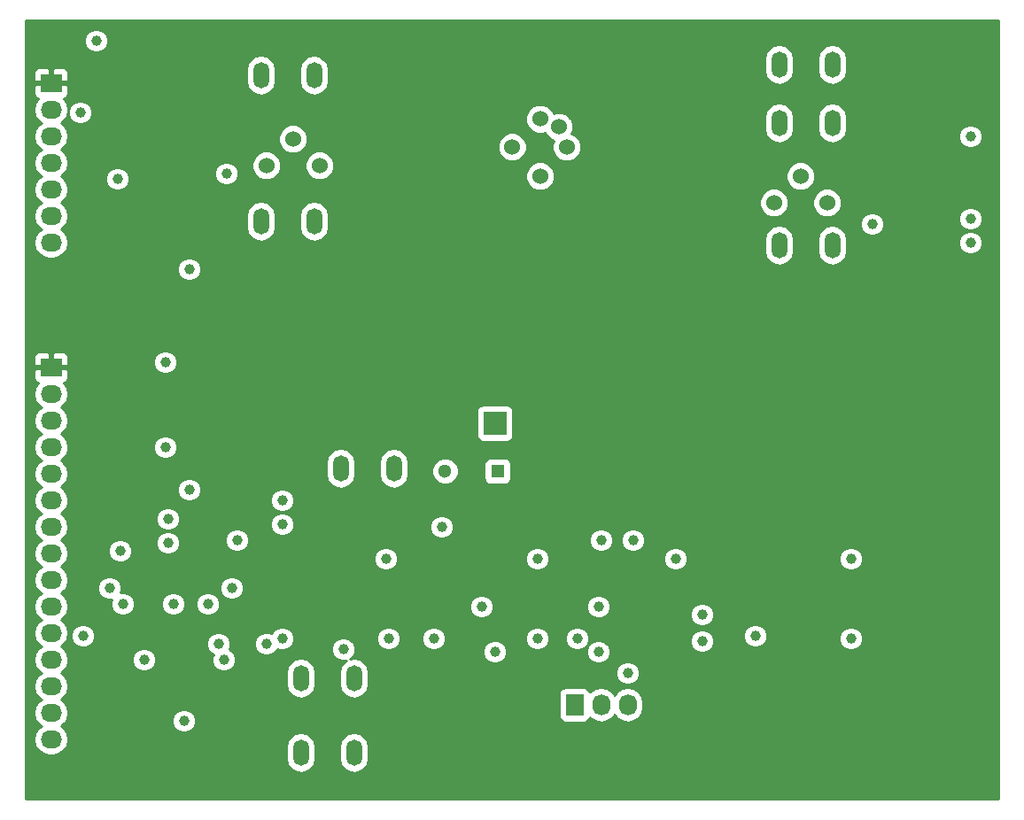
<source format=gbr>
G04 #@! TF.FileFunction,Copper,L3,Inr,Signal*
%FSLAX46Y46*%
G04 Gerber Fmt 4.6, Leading zero omitted, Abs format (unit mm)*
G04 Created by KiCad (PCBNEW 4.0.4+dfsg1-stable) date Sun Jan 22 10:37:54 2017*
%MOMM*%
%LPD*%
G01*
G04 APERTURE LIST*
%ADD10C,0.100000*%
%ADD11R,2.032000X1.727200*%
%ADD12O,2.032000X1.727200*%
%ADD13C,1.524000*%
%ADD14O,1.501140X2.499360*%
%ADD15R,1.727200X2.032000*%
%ADD16O,1.727200X2.032000*%
%ADD17R,2.235200X2.235200*%
%ADD18R,1.300000X1.300000*%
%ADD19C,1.300000*%
%ADD20C,1.000000*%
%ADD21C,0.254000*%
G04 APERTURE END LIST*
D10*
D11*
X43942000Y-35814000D03*
D12*
X43942000Y-38354000D03*
X43942000Y-40894000D03*
X43942000Y-43434000D03*
X43942000Y-45974000D03*
X43942000Y-48514000D03*
X43942000Y-51054000D03*
D13*
X67056000Y-41148000D03*
X69596000Y-43688000D03*
X64516000Y-43688000D03*
D14*
X69088000Y-35052000D03*
X64008000Y-35052000D03*
X64008000Y-49022000D03*
X69088000Y-49022000D03*
X118618000Y-34036000D03*
X113538000Y-34036000D03*
X118618000Y-39624000D03*
X113538000Y-39624000D03*
X118618000Y-51308000D03*
X113538000Y-51308000D03*
D13*
X115570000Y-44704000D03*
X118110000Y-47244000D03*
X113030000Y-47244000D03*
X88011000Y-41910000D03*
X90678000Y-44704000D03*
X93218000Y-41910000D03*
X90678000Y-39243000D03*
X92456000Y-40005000D03*
D11*
X43942000Y-62992000D03*
D12*
X43942000Y-65532000D03*
X43942000Y-68072000D03*
X43942000Y-70612000D03*
X43942000Y-73152000D03*
X43942000Y-75692000D03*
X43942000Y-78232000D03*
X43942000Y-80772000D03*
X43942000Y-83312000D03*
X43942000Y-85852000D03*
X43942000Y-88392000D03*
X43942000Y-90932000D03*
X43942000Y-93472000D03*
X43942000Y-96012000D03*
X43942000Y-98552000D03*
D15*
X93980000Y-95250000D03*
D16*
X96520000Y-95250000D03*
X99060000Y-95250000D03*
D14*
X72898000Y-92710000D03*
X67818000Y-92710000D03*
X67818000Y-99822000D03*
X72898000Y-99822000D03*
X76708000Y-72644000D03*
X71628000Y-72644000D03*
D17*
X86360000Y-68326000D03*
D18*
X86614000Y-72898000D03*
D19*
X81614000Y-72898000D03*
D20*
X59690000Y-93726000D03*
X51562000Y-62484000D03*
X115316000Y-73660000D03*
X111252000Y-81280000D03*
X94234000Y-81280000D03*
X80518000Y-81280000D03*
X66040000Y-81280000D03*
X123444000Y-36322000D03*
X122428000Y-40894000D03*
X50292000Y-52578000D03*
X51054000Y-31750000D03*
X53848000Y-31750000D03*
X76200000Y-88900000D03*
X54864000Y-62484000D03*
X120396000Y-88900000D03*
X106172000Y-86614000D03*
X55118000Y-77470000D03*
X90424000Y-88900000D03*
X131826000Y-48768000D03*
X48260000Y-31750000D03*
X57150000Y-53594000D03*
X106172000Y-89154000D03*
X54864000Y-70612000D03*
X56642000Y-96774000D03*
X120396000Y-81280000D03*
X111252000Y-88646000D03*
X86360000Y-90170000D03*
X103632000Y-81280000D03*
X94234000Y-88900000D03*
X75946000Y-81280000D03*
X71882000Y-89916000D03*
X90424000Y-81280000D03*
X80518000Y-88900000D03*
X55118000Y-79756000D03*
X57150000Y-74676000D03*
X66040000Y-88900000D03*
X131826000Y-51054000D03*
X122428000Y-49276000D03*
X60706000Y-44450000D03*
X131826000Y-40894000D03*
X50292000Y-44958000D03*
X46736000Y-38608000D03*
X64516000Y-89408000D03*
X59944000Y-89408000D03*
X96266000Y-85852000D03*
X96520000Y-79502000D03*
X96266000Y-90170000D03*
X81280000Y-78232000D03*
X58928000Y-85598000D03*
X66040000Y-77978000D03*
X85090000Y-85852000D03*
X99568000Y-79502000D03*
X99060000Y-92202000D03*
X50800000Y-85598000D03*
X55626000Y-85598000D03*
X49530000Y-84074000D03*
X61214000Y-84074000D03*
X50546000Y-80518000D03*
X46990000Y-88646000D03*
X52832000Y-90932000D03*
X60452000Y-90932000D03*
X66040000Y-75692000D03*
X61722000Y-79502000D03*
D21*
G36*
X134493000Y-104267000D02*
X41529000Y-104267000D01*
X41529000Y-65532000D01*
X42258655Y-65532000D01*
X42372729Y-66105489D01*
X42697585Y-66591670D01*
X43012366Y-66802000D01*
X42697585Y-67012330D01*
X42372729Y-67498511D01*
X42258655Y-68072000D01*
X42372729Y-68645489D01*
X42697585Y-69131670D01*
X43012366Y-69342000D01*
X42697585Y-69552330D01*
X42372729Y-70038511D01*
X42258655Y-70612000D01*
X42372729Y-71185489D01*
X42697585Y-71671670D01*
X43012366Y-71882000D01*
X42697585Y-72092330D01*
X42372729Y-72578511D01*
X42258655Y-73152000D01*
X42372729Y-73725489D01*
X42697585Y-74211670D01*
X43012366Y-74422000D01*
X42697585Y-74632330D01*
X42372729Y-75118511D01*
X42258655Y-75692000D01*
X42372729Y-76265489D01*
X42697585Y-76751670D01*
X43012366Y-76962000D01*
X42697585Y-77172330D01*
X42372729Y-77658511D01*
X42258655Y-78232000D01*
X42372729Y-78805489D01*
X42697585Y-79291670D01*
X43012366Y-79502000D01*
X42697585Y-79712330D01*
X42372729Y-80198511D01*
X42258655Y-80772000D01*
X42372729Y-81345489D01*
X42697585Y-81831670D01*
X43012366Y-82042000D01*
X42697585Y-82252330D01*
X42372729Y-82738511D01*
X42258655Y-83312000D01*
X42372729Y-83885489D01*
X42697585Y-84371670D01*
X43012366Y-84582000D01*
X42697585Y-84792330D01*
X42372729Y-85278511D01*
X42258655Y-85852000D01*
X42372729Y-86425489D01*
X42697585Y-86911670D01*
X43012366Y-87122000D01*
X42697585Y-87332330D01*
X42372729Y-87818511D01*
X42258655Y-88392000D01*
X42372729Y-88965489D01*
X42697585Y-89451670D01*
X43012366Y-89662000D01*
X42697585Y-89872330D01*
X42372729Y-90358511D01*
X42258655Y-90932000D01*
X42372729Y-91505489D01*
X42697585Y-91991670D01*
X43012366Y-92202000D01*
X42697585Y-92412330D01*
X42372729Y-92898511D01*
X42258655Y-93472000D01*
X42372729Y-94045489D01*
X42697585Y-94531670D01*
X43012366Y-94742000D01*
X42697585Y-94952330D01*
X42372729Y-95438511D01*
X42258655Y-96012000D01*
X42372729Y-96585489D01*
X42697585Y-97071670D01*
X43012366Y-97282000D01*
X42697585Y-97492330D01*
X42372729Y-97978511D01*
X42258655Y-98552000D01*
X42372729Y-99125489D01*
X42697585Y-99611670D01*
X43183766Y-99936526D01*
X43757255Y-100050600D01*
X44126745Y-100050600D01*
X44700234Y-99936526D01*
X45186415Y-99611670D01*
X45404042Y-99285967D01*
X66432430Y-99285967D01*
X66432430Y-100358033D01*
X66537900Y-100888268D01*
X66838254Y-101337779D01*
X67287765Y-101638133D01*
X67818000Y-101743603D01*
X68348235Y-101638133D01*
X68797746Y-101337779D01*
X69098100Y-100888268D01*
X69203570Y-100358033D01*
X69203570Y-99285967D01*
X71512430Y-99285967D01*
X71512430Y-100358033D01*
X71617900Y-100888268D01*
X71918254Y-101337779D01*
X72367765Y-101638133D01*
X72898000Y-101743603D01*
X73428235Y-101638133D01*
X73877746Y-101337779D01*
X74178100Y-100888268D01*
X74283570Y-100358033D01*
X74283570Y-99285967D01*
X74178100Y-98755732D01*
X73877746Y-98306221D01*
X73428235Y-98005867D01*
X72898000Y-97900397D01*
X72367765Y-98005867D01*
X71918254Y-98306221D01*
X71617900Y-98755732D01*
X71512430Y-99285967D01*
X69203570Y-99285967D01*
X69098100Y-98755732D01*
X68797746Y-98306221D01*
X68348235Y-98005867D01*
X67818000Y-97900397D01*
X67287765Y-98005867D01*
X66838254Y-98306221D01*
X66537900Y-98755732D01*
X66432430Y-99285967D01*
X45404042Y-99285967D01*
X45511271Y-99125489D01*
X45625345Y-98552000D01*
X45511271Y-97978511D01*
X45186415Y-97492330D01*
X44871634Y-97282000D01*
X45186415Y-97071670D01*
X45235121Y-96998775D01*
X55506803Y-96998775D01*
X55679233Y-97416086D01*
X55998235Y-97735645D01*
X56415244Y-97908803D01*
X56866775Y-97909197D01*
X57284086Y-97736767D01*
X57603645Y-97417765D01*
X57776803Y-97000756D01*
X57777197Y-96549225D01*
X57604767Y-96131914D01*
X57285765Y-95812355D01*
X56868756Y-95639197D01*
X56417225Y-95638803D01*
X55999914Y-95811233D01*
X55680355Y-96130235D01*
X55507197Y-96547244D01*
X55506803Y-96998775D01*
X45235121Y-96998775D01*
X45511271Y-96585489D01*
X45625345Y-96012000D01*
X45511271Y-95438511D01*
X45186415Y-94952330D01*
X44871634Y-94742000D01*
X45186415Y-94531670D01*
X45511271Y-94045489D01*
X45625345Y-93472000D01*
X45511271Y-92898511D01*
X45186415Y-92412330D01*
X44871634Y-92202000D01*
X44913588Y-92173967D01*
X66432430Y-92173967D01*
X66432430Y-93246033D01*
X66537900Y-93776268D01*
X66838254Y-94225779D01*
X67287765Y-94526133D01*
X67818000Y-94631603D01*
X68348235Y-94526133D01*
X68797746Y-94225779D01*
X69098100Y-93776268D01*
X69203570Y-93246033D01*
X69203570Y-92173967D01*
X69098100Y-91643732D01*
X68797746Y-91194221D01*
X68348235Y-90893867D01*
X67818000Y-90788397D01*
X67287765Y-90893867D01*
X66838254Y-91194221D01*
X66537900Y-91643732D01*
X66432430Y-92173967D01*
X44913588Y-92173967D01*
X45186415Y-91991670D01*
X45511271Y-91505489D01*
X45580634Y-91156775D01*
X51696803Y-91156775D01*
X51869233Y-91574086D01*
X52188235Y-91893645D01*
X52605244Y-92066803D01*
X53056775Y-92067197D01*
X53474086Y-91894767D01*
X53793645Y-91575765D01*
X53966803Y-91158756D01*
X53967197Y-90707225D01*
X53794767Y-90289914D01*
X53475765Y-89970355D01*
X53058756Y-89797197D01*
X52607225Y-89796803D01*
X52189914Y-89969233D01*
X51870355Y-90288235D01*
X51697197Y-90705244D01*
X51696803Y-91156775D01*
X45580634Y-91156775D01*
X45625345Y-90932000D01*
X45511271Y-90358511D01*
X45186415Y-89872330D01*
X44871634Y-89662000D01*
X45186415Y-89451670D01*
X45511271Y-88965489D01*
X45530110Y-88870775D01*
X45854803Y-88870775D01*
X46027233Y-89288086D01*
X46346235Y-89607645D01*
X46763244Y-89780803D01*
X47214775Y-89781197D01*
X47573982Y-89632775D01*
X58808803Y-89632775D01*
X58981233Y-90050086D01*
X59300235Y-90369645D01*
X59433562Y-90425007D01*
X59317197Y-90705244D01*
X59316803Y-91156775D01*
X59489233Y-91574086D01*
X59808235Y-91893645D01*
X60225244Y-92066803D01*
X60676775Y-92067197D01*
X61094086Y-91894767D01*
X61413645Y-91575765D01*
X61586803Y-91158756D01*
X61587197Y-90707225D01*
X61414767Y-90289914D01*
X61095765Y-89970355D01*
X60962438Y-89914993D01*
X61078803Y-89634756D01*
X61078804Y-89632775D01*
X63380803Y-89632775D01*
X63553233Y-90050086D01*
X63872235Y-90369645D01*
X64289244Y-90542803D01*
X64740775Y-90543197D01*
X65158086Y-90370767D01*
X65388479Y-90140775D01*
X70746803Y-90140775D01*
X70919233Y-90558086D01*
X71238235Y-90877645D01*
X71655244Y-91050803D01*
X72106775Y-91051197D01*
X72173673Y-91023555D01*
X71918254Y-91194221D01*
X71617900Y-91643732D01*
X71512430Y-92173967D01*
X71512430Y-93246033D01*
X71617900Y-93776268D01*
X71918254Y-94225779D01*
X72367765Y-94526133D01*
X72898000Y-94631603D01*
X73428235Y-94526133D01*
X73865442Y-94234000D01*
X92468960Y-94234000D01*
X92468960Y-96266000D01*
X92513238Y-96501317D01*
X92652310Y-96717441D01*
X92864510Y-96862431D01*
X93116400Y-96913440D01*
X94843600Y-96913440D01*
X95078917Y-96869162D01*
X95295041Y-96730090D01*
X95440031Y-96517890D01*
X95448400Y-96476561D01*
X95460330Y-96494415D01*
X95946511Y-96819271D01*
X96520000Y-96933345D01*
X97093489Y-96819271D01*
X97579670Y-96494415D01*
X97790000Y-96179634D01*
X98000330Y-96494415D01*
X98486511Y-96819271D01*
X99060000Y-96933345D01*
X99633489Y-96819271D01*
X100119670Y-96494415D01*
X100444526Y-96008234D01*
X100558600Y-95434745D01*
X100558600Y-95065255D01*
X100444526Y-94491766D01*
X100119670Y-94005585D01*
X99633489Y-93680729D01*
X99060000Y-93566655D01*
X98486511Y-93680729D01*
X98000330Y-94005585D01*
X97790000Y-94320366D01*
X97579670Y-94005585D01*
X97093489Y-93680729D01*
X96520000Y-93566655D01*
X95946511Y-93680729D01*
X95460330Y-94005585D01*
X95450757Y-94019913D01*
X95446762Y-93998683D01*
X95307690Y-93782559D01*
X95095490Y-93637569D01*
X94843600Y-93586560D01*
X93116400Y-93586560D01*
X92881083Y-93630838D01*
X92664959Y-93769910D01*
X92519969Y-93982110D01*
X92468960Y-94234000D01*
X73865442Y-94234000D01*
X73877746Y-94225779D01*
X74178100Y-93776268D01*
X74283570Y-93246033D01*
X74283570Y-92426775D01*
X97924803Y-92426775D01*
X98097233Y-92844086D01*
X98416235Y-93163645D01*
X98833244Y-93336803D01*
X99284775Y-93337197D01*
X99702086Y-93164767D01*
X100021645Y-92845765D01*
X100194803Y-92428756D01*
X100195197Y-91977225D01*
X100022767Y-91559914D01*
X99703765Y-91240355D01*
X99286756Y-91067197D01*
X98835225Y-91066803D01*
X98417914Y-91239233D01*
X98098355Y-91558235D01*
X97925197Y-91975244D01*
X97924803Y-92426775D01*
X74283570Y-92426775D01*
X74283570Y-92173967D01*
X74178100Y-91643732D01*
X73877746Y-91194221D01*
X73428235Y-90893867D01*
X72898000Y-90788397D01*
X72544095Y-90858793D01*
X72843645Y-90559765D01*
X72912155Y-90394775D01*
X85224803Y-90394775D01*
X85397233Y-90812086D01*
X85716235Y-91131645D01*
X86133244Y-91304803D01*
X86584775Y-91305197D01*
X87002086Y-91132767D01*
X87321645Y-90813765D01*
X87494803Y-90396756D01*
X87494804Y-90394775D01*
X95130803Y-90394775D01*
X95303233Y-90812086D01*
X95622235Y-91131645D01*
X96039244Y-91304803D01*
X96490775Y-91305197D01*
X96908086Y-91132767D01*
X97227645Y-90813765D01*
X97400803Y-90396756D01*
X97401197Y-89945225D01*
X97228767Y-89527914D01*
X97079888Y-89378775D01*
X105036803Y-89378775D01*
X105209233Y-89796086D01*
X105528235Y-90115645D01*
X105945244Y-90288803D01*
X106396775Y-90289197D01*
X106814086Y-90116767D01*
X107133645Y-89797765D01*
X107306803Y-89380756D01*
X107307197Y-88929225D01*
X107283046Y-88870775D01*
X110116803Y-88870775D01*
X110289233Y-89288086D01*
X110608235Y-89607645D01*
X111025244Y-89780803D01*
X111476775Y-89781197D01*
X111894086Y-89608767D01*
X112213645Y-89289765D01*
X112282155Y-89124775D01*
X119260803Y-89124775D01*
X119433233Y-89542086D01*
X119752235Y-89861645D01*
X120169244Y-90034803D01*
X120620775Y-90035197D01*
X121038086Y-89862767D01*
X121357645Y-89543765D01*
X121530803Y-89126756D01*
X121531197Y-88675225D01*
X121358767Y-88257914D01*
X121039765Y-87938355D01*
X120622756Y-87765197D01*
X120171225Y-87764803D01*
X119753914Y-87937233D01*
X119434355Y-88256235D01*
X119261197Y-88673244D01*
X119260803Y-89124775D01*
X112282155Y-89124775D01*
X112386803Y-88872756D01*
X112387197Y-88421225D01*
X112214767Y-88003914D01*
X111895765Y-87684355D01*
X111478756Y-87511197D01*
X111027225Y-87510803D01*
X110609914Y-87683233D01*
X110290355Y-88002235D01*
X110117197Y-88419244D01*
X110116803Y-88870775D01*
X107283046Y-88870775D01*
X107134767Y-88511914D01*
X106815765Y-88192355D01*
X106398756Y-88019197D01*
X105947225Y-88018803D01*
X105529914Y-88191233D01*
X105210355Y-88510235D01*
X105037197Y-88927244D01*
X105036803Y-89378775D01*
X97079888Y-89378775D01*
X96909765Y-89208355D01*
X96492756Y-89035197D01*
X96041225Y-89034803D01*
X95623914Y-89207233D01*
X95304355Y-89526235D01*
X95131197Y-89943244D01*
X95130803Y-90394775D01*
X87494804Y-90394775D01*
X87495197Y-89945225D01*
X87322767Y-89527914D01*
X87003765Y-89208355D01*
X86802483Y-89124775D01*
X89288803Y-89124775D01*
X89461233Y-89542086D01*
X89780235Y-89861645D01*
X90197244Y-90034803D01*
X90648775Y-90035197D01*
X91066086Y-89862767D01*
X91385645Y-89543765D01*
X91558803Y-89126756D01*
X91558804Y-89124775D01*
X93098803Y-89124775D01*
X93271233Y-89542086D01*
X93590235Y-89861645D01*
X94007244Y-90034803D01*
X94458775Y-90035197D01*
X94876086Y-89862767D01*
X95195645Y-89543765D01*
X95368803Y-89126756D01*
X95369197Y-88675225D01*
X95196767Y-88257914D01*
X94877765Y-87938355D01*
X94460756Y-87765197D01*
X94009225Y-87764803D01*
X93591914Y-87937233D01*
X93272355Y-88256235D01*
X93099197Y-88673244D01*
X93098803Y-89124775D01*
X91558804Y-89124775D01*
X91559197Y-88675225D01*
X91386767Y-88257914D01*
X91067765Y-87938355D01*
X90650756Y-87765197D01*
X90199225Y-87764803D01*
X89781914Y-87937233D01*
X89462355Y-88256235D01*
X89289197Y-88673244D01*
X89288803Y-89124775D01*
X86802483Y-89124775D01*
X86586756Y-89035197D01*
X86135225Y-89034803D01*
X85717914Y-89207233D01*
X85398355Y-89526235D01*
X85225197Y-89943244D01*
X85224803Y-90394775D01*
X72912155Y-90394775D01*
X73016803Y-90142756D01*
X73017197Y-89691225D01*
X72844767Y-89273914D01*
X72695888Y-89124775D01*
X75064803Y-89124775D01*
X75237233Y-89542086D01*
X75556235Y-89861645D01*
X75973244Y-90034803D01*
X76424775Y-90035197D01*
X76842086Y-89862767D01*
X77161645Y-89543765D01*
X77334803Y-89126756D01*
X77334804Y-89124775D01*
X79382803Y-89124775D01*
X79555233Y-89542086D01*
X79874235Y-89861645D01*
X80291244Y-90034803D01*
X80742775Y-90035197D01*
X81160086Y-89862767D01*
X81479645Y-89543765D01*
X81652803Y-89126756D01*
X81653197Y-88675225D01*
X81480767Y-88257914D01*
X81161765Y-87938355D01*
X80744756Y-87765197D01*
X80293225Y-87764803D01*
X79875914Y-87937233D01*
X79556355Y-88256235D01*
X79383197Y-88673244D01*
X79382803Y-89124775D01*
X77334804Y-89124775D01*
X77335197Y-88675225D01*
X77162767Y-88257914D01*
X76843765Y-87938355D01*
X76426756Y-87765197D01*
X75975225Y-87764803D01*
X75557914Y-87937233D01*
X75238355Y-88256235D01*
X75065197Y-88673244D01*
X75064803Y-89124775D01*
X72695888Y-89124775D01*
X72525765Y-88954355D01*
X72108756Y-88781197D01*
X71657225Y-88780803D01*
X71239914Y-88953233D01*
X70920355Y-89272235D01*
X70747197Y-89689244D01*
X70746803Y-90140775D01*
X65388479Y-90140775D01*
X65477645Y-90051765D01*
X65533007Y-89918438D01*
X65813244Y-90034803D01*
X66264775Y-90035197D01*
X66682086Y-89862767D01*
X67001645Y-89543765D01*
X67174803Y-89126756D01*
X67175197Y-88675225D01*
X67002767Y-88257914D01*
X66683765Y-87938355D01*
X66266756Y-87765197D01*
X65815225Y-87764803D01*
X65397914Y-87937233D01*
X65078355Y-88256235D01*
X65022993Y-88389562D01*
X64742756Y-88273197D01*
X64291225Y-88272803D01*
X63873914Y-88445233D01*
X63554355Y-88764235D01*
X63381197Y-89181244D01*
X63380803Y-89632775D01*
X61078804Y-89632775D01*
X61079197Y-89183225D01*
X60906767Y-88765914D01*
X60587765Y-88446355D01*
X60170756Y-88273197D01*
X59719225Y-88272803D01*
X59301914Y-88445233D01*
X58982355Y-88764235D01*
X58809197Y-89181244D01*
X58808803Y-89632775D01*
X47573982Y-89632775D01*
X47632086Y-89608767D01*
X47951645Y-89289765D01*
X48124803Y-88872756D01*
X48125197Y-88421225D01*
X47952767Y-88003914D01*
X47633765Y-87684355D01*
X47216756Y-87511197D01*
X46765225Y-87510803D01*
X46347914Y-87683233D01*
X46028355Y-88002235D01*
X45855197Y-88419244D01*
X45854803Y-88870775D01*
X45530110Y-88870775D01*
X45625345Y-88392000D01*
X45511271Y-87818511D01*
X45186415Y-87332330D01*
X44871634Y-87122000D01*
X45186415Y-86911670D01*
X45511271Y-86425489D01*
X45625345Y-85852000D01*
X45511271Y-85278511D01*
X45186415Y-84792330D01*
X44871634Y-84582000D01*
X45186415Y-84371670D01*
X45235121Y-84298775D01*
X48394803Y-84298775D01*
X48567233Y-84716086D01*
X48886235Y-85035645D01*
X49303244Y-85208803D01*
X49732493Y-85209178D01*
X49665197Y-85371244D01*
X49664803Y-85822775D01*
X49837233Y-86240086D01*
X50156235Y-86559645D01*
X50573244Y-86732803D01*
X51024775Y-86733197D01*
X51442086Y-86560767D01*
X51761645Y-86241765D01*
X51934803Y-85824756D01*
X51934804Y-85822775D01*
X54490803Y-85822775D01*
X54663233Y-86240086D01*
X54982235Y-86559645D01*
X55399244Y-86732803D01*
X55850775Y-86733197D01*
X56268086Y-86560767D01*
X56587645Y-86241765D01*
X56760803Y-85824756D01*
X56760804Y-85822775D01*
X57792803Y-85822775D01*
X57965233Y-86240086D01*
X58284235Y-86559645D01*
X58701244Y-86732803D01*
X59152775Y-86733197D01*
X59570086Y-86560767D01*
X59889645Y-86241765D01*
X59958155Y-86076775D01*
X83954803Y-86076775D01*
X84127233Y-86494086D01*
X84446235Y-86813645D01*
X84863244Y-86986803D01*
X85314775Y-86987197D01*
X85732086Y-86814767D01*
X86051645Y-86495765D01*
X86224803Y-86078756D01*
X86224804Y-86076775D01*
X95130803Y-86076775D01*
X95303233Y-86494086D01*
X95622235Y-86813645D01*
X96039244Y-86986803D01*
X96490775Y-86987197D01*
X96849982Y-86838775D01*
X105036803Y-86838775D01*
X105209233Y-87256086D01*
X105528235Y-87575645D01*
X105945244Y-87748803D01*
X106396775Y-87749197D01*
X106814086Y-87576767D01*
X107133645Y-87257765D01*
X107306803Y-86840756D01*
X107307197Y-86389225D01*
X107134767Y-85971914D01*
X106815765Y-85652355D01*
X106398756Y-85479197D01*
X105947225Y-85478803D01*
X105529914Y-85651233D01*
X105210355Y-85970235D01*
X105037197Y-86387244D01*
X105036803Y-86838775D01*
X96849982Y-86838775D01*
X96908086Y-86814767D01*
X97227645Y-86495765D01*
X97400803Y-86078756D01*
X97401197Y-85627225D01*
X97228767Y-85209914D01*
X96909765Y-84890355D01*
X96492756Y-84717197D01*
X96041225Y-84716803D01*
X95623914Y-84889233D01*
X95304355Y-85208235D01*
X95131197Y-85625244D01*
X95130803Y-86076775D01*
X86224804Y-86076775D01*
X86225197Y-85627225D01*
X86052767Y-85209914D01*
X85733765Y-84890355D01*
X85316756Y-84717197D01*
X84865225Y-84716803D01*
X84447914Y-84889233D01*
X84128355Y-85208235D01*
X83955197Y-85625244D01*
X83954803Y-86076775D01*
X59958155Y-86076775D01*
X60062803Y-85824756D01*
X60063197Y-85373225D01*
X59890767Y-84955914D01*
X59571765Y-84636355D01*
X59154756Y-84463197D01*
X58703225Y-84462803D01*
X58285914Y-84635233D01*
X57966355Y-84954235D01*
X57793197Y-85371244D01*
X57792803Y-85822775D01*
X56760804Y-85822775D01*
X56761197Y-85373225D01*
X56588767Y-84955914D01*
X56269765Y-84636355D01*
X55852756Y-84463197D01*
X55401225Y-84462803D01*
X54983914Y-84635233D01*
X54664355Y-84954235D01*
X54491197Y-85371244D01*
X54490803Y-85822775D01*
X51934804Y-85822775D01*
X51935197Y-85373225D01*
X51762767Y-84955914D01*
X51443765Y-84636355D01*
X51026756Y-84463197D01*
X50597507Y-84462822D01*
X50664803Y-84300756D01*
X50664804Y-84298775D01*
X60078803Y-84298775D01*
X60251233Y-84716086D01*
X60570235Y-85035645D01*
X60987244Y-85208803D01*
X61438775Y-85209197D01*
X61856086Y-85036767D01*
X62175645Y-84717765D01*
X62348803Y-84300756D01*
X62349197Y-83849225D01*
X62176767Y-83431914D01*
X61857765Y-83112355D01*
X61440756Y-82939197D01*
X60989225Y-82938803D01*
X60571914Y-83111233D01*
X60252355Y-83430235D01*
X60079197Y-83847244D01*
X60078803Y-84298775D01*
X50664804Y-84298775D01*
X50665197Y-83849225D01*
X50492767Y-83431914D01*
X50173765Y-83112355D01*
X49756756Y-82939197D01*
X49305225Y-82938803D01*
X48887914Y-83111233D01*
X48568355Y-83430235D01*
X48395197Y-83847244D01*
X48394803Y-84298775D01*
X45235121Y-84298775D01*
X45511271Y-83885489D01*
X45625345Y-83312000D01*
X45511271Y-82738511D01*
X45186415Y-82252330D01*
X44871634Y-82042000D01*
X45186415Y-81831670D01*
X45511271Y-81345489D01*
X45625345Y-80772000D01*
X45619532Y-80742775D01*
X49410803Y-80742775D01*
X49583233Y-81160086D01*
X49902235Y-81479645D01*
X50319244Y-81652803D01*
X50770775Y-81653197D01*
X51129982Y-81504775D01*
X74810803Y-81504775D01*
X74983233Y-81922086D01*
X75302235Y-82241645D01*
X75719244Y-82414803D01*
X76170775Y-82415197D01*
X76588086Y-82242767D01*
X76907645Y-81923765D01*
X77080803Y-81506756D01*
X77080804Y-81504775D01*
X89288803Y-81504775D01*
X89461233Y-81922086D01*
X89780235Y-82241645D01*
X90197244Y-82414803D01*
X90648775Y-82415197D01*
X91066086Y-82242767D01*
X91385645Y-81923765D01*
X91558803Y-81506756D01*
X91558804Y-81504775D01*
X102496803Y-81504775D01*
X102669233Y-81922086D01*
X102988235Y-82241645D01*
X103405244Y-82414803D01*
X103856775Y-82415197D01*
X104274086Y-82242767D01*
X104593645Y-81923765D01*
X104766803Y-81506756D01*
X104766804Y-81504775D01*
X119260803Y-81504775D01*
X119433233Y-81922086D01*
X119752235Y-82241645D01*
X120169244Y-82414803D01*
X120620775Y-82415197D01*
X121038086Y-82242767D01*
X121357645Y-81923765D01*
X121530803Y-81506756D01*
X121531197Y-81055225D01*
X121358767Y-80637914D01*
X121039765Y-80318355D01*
X120622756Y-80145197D01*
X120171225Y-80144803D01*
X119753914Y-80317233D01*
X119434355Y-80636235D01*
X119261197Y-81053244D01*
X119260803Y-81504775D01*
X104766804Y-81504775D01*
X104767197Y-81055225D01*
X104594767Y-80637914D01*
X104275765Y-80318355D01*
X103858756Y-80145197D01*
X103407225Y-80144803D01*
X102989914Y-80317233D01*
X102670355Y-80636235D01*
X102497197Y-81053244D01*
X102496803Y-81504775D01*
X91558804Y-81504775D01*
X91559197Y-81055225D01*
X91386767Y-80637914D01*
X91067765Y-80318355D01*
X90650756Y-80145197D01*
X90199225Y-80144803D01*
X89781914Y-80317233D01*
X89462355Y-80636235D01*
X89289197Y-81053244D01*
X89288803Y-81504775D01*
X77080804Y-81504775D01*
X77081197Y-81055225D01*
X76908767Y-80637914D01*
X76589765Y-80318355D01*
X76172756Y-80145197D01*
X75721225Y-80144803D01*
X75303914Y-80317233D01*
X74984355Y-80636235D01*
X74811197Y-81053244D01*
X74810803Y-81504775D01*
X51129982Y-81504775D01*
X51188086Y-81480767D01*
X51507645Y-81161765D01*
X51680803Y-80744756D01*
X51681197Y-80293225D01*
X51552095Y-79980775D01*
X53982803Y-79980775D01*
X54155233Y-80398086D01*
X54474235Y-80717645D01*
X54891244Y-80890803D01*
X55342775Y-80891197D01*
X55760086Y-80718767D01*
X56079645Y-80399765D01*
X56252803Y-79982756D01*
X56253026Y-79726775D01*
X60586803Y-79726775D01*
X60759233Y-80144086D01*
X61078235Y-80463645D01*
X61495244Y-80636803D01*
X61946775Y-80637197D01*
X62364086Y-80464767D01*
X62683645Y-80145765D01*
X62856803Y-79728756D01*
X62856804Y-79726775D01*
X95384803Y-79726775D01*
X95557233Y-80144086D01*
X95876235Y-80463645D01*
X96293244Y-80636803D01*
X96744775Y-80637197D01*
X97162086Y-80464767D01*
X97481645Y-80145765D01*
X97654803Y-79728756D01*
X97654804Y-79726775D01*
X98432803Y-79726775D01*
X98605233Y-80144086D01*
X98924235Y-80463645D01*
X99341244Y-80636803D01*
X99792775Y-80637197D01*
X100210086Y-80464767D01*
X100529645Y-80145765D01*
X100702803Y-79728756D01*
X100703197Y-79277225D01*
X100530767Y-78859914D01*
X100211765Y-78540355D01*
X99794756Y-78367197D01*
X99343225Y-78366803D01*
X98925914Y-78539233D01*
X98606355Y-78858235D01*
X98433197Y-79275244D01*
X98432803Y-79726775D01*
X97654804Y-79726775D01*
X97655197Y-79277225D01*
X97482767Y-78859914D01*
X97163765Y-78540355D01*
X96746756Y-78367197D01*
X96295225Y-78366803D01*
X95877914Y-78539233D01*
X95558355Y-78858235D01*
X95385197Y-79275244D01*
X95384803Y-79726775D01*
X62856804Y-79726775D01*
X62857197Y-79277225D01*
X62684767Y-78859914D01*
X62365765Y-78540355D01*
X61948756Y-78367197D01*
X61497225Y-78366803D01*
X61079914Y-78539233D01*
X60760355Y-78858235D01*
X60587197Y-79275244D01*
X60586803Y-79726775D01*
X56253026Y-79726775D01*
X56253197Y-79531225D01*
X56080767Y-79113914D01*
X55761765Y-78794355D01*
X55344756Y-78621197D01*
X54893225Y-78620803D01*
X54475914Y-78793233D01*
X54156355Y-79112235D01*
X53983197Y-79529244D01*
X53982803Y-79980775D01*
X51552095Y-79980775D01*
X51508767Y-79875914D01*
X51189765Y-79556355D01*
X50772756Y-79383197D01*
X50321225Y-79382803D01*
X49903914Y-79555233D01*
X49584355Y-79874235D01*
X49411197Y-80291244D01*
X49410803Y-80742775D01*
X45619532Y-80742775D01*
X45511271Y-80198511D01*
X45186415Y-79712330D01*
X44871634Y-79502000D01*
X45186415Y-79291670D01*
X45511271Y-78805489D01*
X45625345Y-78232000D01*
X45518485Y-77694775D01*
X53982803Y-77694775D01*
X54155233Y-78112086D01*
X54474235Y-78431645D01*
X54891244Y-78604803D01*
X55342775Y-78605197D01*
X55760086Y-78432767D01*
X55990479Y-78202775D01*
X64904803Y-78202775D01*
X65077233Y-78620086D01*
X65396235Y-78939645D01*
X65813244Y-79112803D01*
X66264775Y-79113197D01*
X66682086Y-78940767D01*
X67001645Y-78621765D01*
X67070155Y-78456775D01*
X80144803Y-78456775D01*
X80317233Y-78874086D01*
X80636235Y-79193645D01*
X81053244Y-79366803D01*
X81504775Y-79367197D01*
X81922086Y-79194767D01*
X82241645Y-78875765D01*
X82414803Y-78458756D01*
X82415197Y-78007225D01*
X82242767Y-77589914D01*
X81923765Y-77270355D01*
X81506756Y-77097197D01*
X81055225Y-77096803D01*
X80637914Y-77269233D01*
X80318355Y-77588235D01*
X80145197Y-78005244D01*
X80144803Y-78456775D01*
X67070155Y-78456775D01*
X67174803Y-78204756D01*
X67175197Y-77753225D01*
X67002767Y-77335914D01*
X66683765Y-77016355D01*
X66266756Y-76843197D01*
X65815225Y-76842803D01*
X65397914Y-77015233D01*
X65078355Y-77334235D01*
X64905197Y-77751244D01*
X64904803Y-78202775D01*
X55990479Y-78202775D01*
X56079645Y-78113765D01*
X56252803Y-77696756D01*
X56253197Y-77245225D01*
X56080767Y-76827914D01*
X55761765Y-76508355D01*
X55344756Y-76335197D01*
X54893225Y-76334803D01*
X54475914Y-76507233D01*
X54156355Y-76826235D01*
X53983197Y-77243244D01*
X53982803Y-77694775D01*
X45518485Y-77694775D01*
X45511271Y-77658511D01*
X45186415Y-77172330D01*
X44871634Y-76962000D01*
X45186415Y-76751670D01*
X45511271Y-76265489D01*
X45580634Y-75916775D01*
X64904803Y-75916775D01*
X65077233Y-76334086D01*
X65396235Y-76653645D01*
X65813244Y-76826803D01*
X66264775Y-76827197D01*
X66682086Y-76654767D01*
X67001645Y-76335765D01*
X67174803Y-75918756D01*
X67175197Y-75467225D01*
X67002767Y-75049914D01*
X66683765Y-74730355D01*
X66266756Y-74557197D01*
X65815225Y-74556803D01*
X65397914Y-74729233D01*
X65078355Y-75048235D01*
X64905197Y-75465244D01*
X64904803Y-75916775D01*
X45580634Y-75916775D01*
X45625345Y-75692000D01*
X45511271Y-75118511D01*
X45365785Y-74900775D01*
X56014803Y-74900775D01*
X56187233Y-75318086D01*
X56506235Y-75637645D01*
X56923244Y-75810803D01*
X57374775Y-75811197D01*
X57792086Y-75638767D01*
X58111645Y-75319765D01*
X58284803Y-74902756D01*
X58285197Y-74451225D01*
X58112767Y-74033914D01*
X57793765Y-73714355D01*
X57376756Y-73541197D01*
X56925225Y-73540803D01*
X56507914Y-73713233D01*
X56188355Y-74032235D01*
X56015197Y-74449244D01*
X56014803Y-74900775D01*
X45365785Y-74900775D01*
X45186415Y-74632330D01*
X44871634Y-74422000D01*
X45186415Y-74211670D01*
X45511271Y-73725489D01*
X45625345Y-73152000D01*
X45511271Y-72578511D01*
X45196864Y-72107967D01*
X70242430Y-72107967D01*
X70242430Y-73180033D01*
X70347900Y-73710268D01*
X70648254Y-74159779D01*
X71097765Y-74460133D01*
X71628000Y-74565603D01*
X72158235Y-74460133D01*
X72607746Y-74159779D01*
X72908100Y-73710268D01*
X73013570Y-73180033D01*
X73013570Y-72107967D01*
X75322430Y-72107967D01*
X75322430Y-73180033D01*
X75427900Y-73710268D01*
X75728254Y-74159779D01*
X76177765Y-74460133D01*
X76708000Y-74565603D01*
X77238235Y-74460133D01*
X77687746Y-74159779D01*
X77988100Y-73710268D01*
X78093570Y-73180033D01*
X78093570Y-73152481D01*
X80328777Y-73152481D01*
X80523995Y-73624943D01*
X80885155Y-73986735D01*
X81357276Y-74182777D01*
X81868481Y-74183223D01*
X82340943Y-73988005D01*
X82702735Y-73626845D01*
X82898777Y-73154724D01*
X82899223Y-72643519D01*
X82735798Y-72248000D01*
X85316560Y-72248000D01*
X85316560Y-73548000D01*
X85360838Y-73783317D01*
X85499910Y-73999441D01*
X85712110Y-74144431D01*
X85964000Y-74195440D01*
X87264000Y-74195440D01*
X87499317Y-74151162D01*
X87715441Y-74012090D01*
X87860431Y-73799890D01*
X87911440Y-73548000D01*
X87911440Y-72248000D01*
X87867162Y-72012683D01*
X87728090Y-71796559D01*
X87515890Y-71651569D01*
X87264000Y-71600560D01*
X85964000Y-71600560D01*
X85728683Y-71644838D01*
X85512559Y-71783910D01*
X85367569Y-71996110D01*
X85316560Y-72248000D01*
X82735798Y-72248000D01*
X82704005Y-72171057D01*
X82342845Y-71809265D01*
X81870724Y-71613223D01*
X81359519Y-71612777D01*
X80887057Y-71807995D01*
X80525265Y-72169155D01*
X80329223Y-72641276D01*
X80328777Y-73152481D01*
X78093570Y-73152481D01*
X78093570Y-72107967D01*
X77988100Y-71577732D01*
X77687746Y-71128221D01*
X77238235Y-70827867D01*
X76708000Y-70722397D01*
X76177765Y-70827867D01*
X75728254Y-71128221D01*
X75427900Y-71577732D01*
X75322430Y-72107967D01*
X73013570Y-72107967D01*
X72908100Y-71577732D01*
X72607746Y-71128221D01*
X72158235Y-70827867D01*
X71628000Y-70722397D01*
X71097765Y-70827867D01*
X70648254Y-71128221D01*
X70347900Y-71577732D01*
X70242430Y-72107967D01*
X45196864Y-72107967D01*
X45186415Y-72092330D01*
X44871634Y-71882000D01*
X45186415Y-71671670D01*
X45511271Y-71185489D01*
X45580634Y-70836775D01*
X53728803Y-70836775D01*
X53901233Y-71254086D01*
X54220235Y-71573645D01*
X54637244Y-71746803D01*
X55088775Y-71747197D01*
X55506086Y-71574767D01*
X55825645Y-71255765D01*
X55998803Y-70838756D01*
X55999197Y-70387225D01*
X55826767Y-69969914D01*
X55507765Y-69650355D01*
X55090756Y-69477197D01*
X54639225Y-69476803D01*
X54221914Y-69649233D01*
X53902355Y-69968235D01*
X53729197Y-70385244D01*
X53728803Y-70836775D01*
X45580634Y-70836775D01*
X45625345Y-70612000D01*
X45511271Y-70038511D01*
X45186415Y-69552330D01*
X44871634Y-69342000D01*
X45186415Y-69131670D01*
X45511271Y-68645489D01*
X45625345Y-68072000D01*
X45511271Y-67498511D01*
X45317425Y-67208400D01*
X84594960Y-67208400D01*
X84594960Y-69443600D01*
X84639238Y-69678917D01*
X84778310Y-69895041D01*
X84990510Y-70040031D01*
X85242400Y-70091040D01*
X87477600Y-70091040D01*
X87712917Y-70046762D01*
X87929041Y-69907690D01*
X88074031Y-69695490D01*
X88125040Y-69443600D01*
X88125040Y-67208400D01*
X88080762Y-66973083D01*
X87941690Y-66756959D01*
X87729490Y-66611969D01*
X87477600Y-66560960D01*
X85242400Y-66560960D01*
X85007083Y-66605238D01*
X84790959Y-66744310D01*
X84645969Y-66956510D01*
X84594960Y-67208400D01*
X45317425Y-67208400D01*
X45186415Y-67012330D01*
X44871634Y-66802000D01*
X45186415Y-66591670D01*
X45511271Y-66105489D01*
X45625345Y-65532000D01*
X45511271Y-64958511D01*
X45186415Y-64472330D01*
X45164220Y-64457500D01*
X45317698Y-64393927D01*
X45496327Y-64215299D01*
X45593000Y-63981910D01*
X45593000Y-63277750D01*
X45434250Y-63119000D01*
X44069000Y-63119000D01*
X44069000Y-63139000D01*
X43815000Y-63139000D01*
X43815000Y-63119000D01*
X42449750Y-63119000D01*
X42291000Y-63277750D01*
X42291000Y-63981910D01*
X42387673Y-64215299D01*
X42566302Y-64393927D01*
X42719780Y-64457500D01*
X42697585Y-64472330D01*
X42372729Y-64958511D01*
X42258655Y-65532000D01*
X41529000Y-65532000D01*
X41529000Y-62002090D01*
X42291000Y-62002090D01*
X42291000Y-62706250D01*
X42449750Y-62865000D01*
X43815000Y-62865000D01*
X43815000Y-61652150D01*
X44069000Y-61652150D01*
X44069000Y-62865000D01*
X45434250Y-62865000D01*
X45590475Y-62708775D01*
X53728803Y-62708775D01*
X53901233Y-63126086D01*
X54220235Y-63445645D01*
X54637244Y-63618803D01*
X55088775Y-63619197D01*
X55506086Y-63446767D01*
X55825645Y-63127765D01*
X55998803Y-62710756D01*
X55999197Y-62259225D01*
X55826767Y-61841914D01*
X55507765Y-61522355D01*
X55090756Y-61349197D01*
X54639225Y-61348803D01*
X54221914Y-61521233D01*
X53902355Y-61840235D01*
X53729197Y-62257244D01*
X53728803Y-62708775D01*
X45590475Y-62708775D01*
X45593000Y-62706250D01*
X45593000Y-62002090D01*
X45496327Y-61768701D01*
X45317698Y-61590073D01*
X45084309Y-61493400D01*
X44227750Y-61493400D01*
X44069000Y-61652150D01*
X43815000Y-61652150D01*
X43656250Y-61493400D01*
X42799691Y-61493400D01*
X42566302Y-61590073D01*
X42387673Y-61768701D01*
X42291000Y-62002090D01*
X41529000Y-62002090D01*
X41529000Y-53818775D01*
X56014803Y-53818775D01*
X56187233Y-54236086D01*
X56506235Y-54555645D01*
X56923244Y-54728803D01*
X57374775Y-54729197D01*
X57792086Y-54556767D01*
X58111645Y-54237765D01*
X58284803Y-53820756D01*
X58285197Y-53369225D01*
X58112767Y-52951914D01*
X57793765Y-52632355D01*
X57376756Y-52459197D01*
X56925225Y-52458803D01*
X56507914Y-52631233D01*
X56188355Y-52950235D01*
X56015197Y-53367244D01*
X56014803Y-53818775D01*
X41529000Y-53818775D01*
X41529000Y-38354000D01*
X42258655Y-38354000D01*
X42372729Y-38927489D01*
X42697585Y-39413670D01*
X43012366Y-39624000D01*
X42697585Y-39834330D01*
X42372729Y-40320511D01*
X42258655Y-40894000D01*
X42372729Y-41467489D01*
X42697585Y-41953670D01*
X43012366Y-42164000D01*
X42697585Y-42374330D01*
X42372729Y-42860511D01*
X42258655Y-43434000D01*
X42372729Y-44007489D01*
X42697585Y-44493670D01*
X43012366Y-44704000D01*
X42697585Y-44914330D01*
X42372729Y-45400511D01*
X42258655Y-45974000D01*
X42372729Y-46547489D01*
X42697585Y-47033670D01*
X43012366Y-47244000D01*
X42697585Y-47454330D01*
X42372729Y-47940511D01*
X42258655Y-48514000D01*
X42372729Y-49087489D01*
X42697585Y-49573670D01*
X43012366Y-49784000D01*
X42697585Y-49994330D01*
X42372729Y-50480511D01*
X42258655Y-51054000D01*
X42372729Y-51627489D01*
X42697585Y-52113670D01*
X43183766Y-52438526D01*
X43757255Y-52552600D01*
X44126745Y-52552600D01*
X44700234Y-52438526D01*
X45186415Y-52113670D01*
X45511271Y-51627489D01*
X45625345Y-51054000D01*
X45511271Y-50480511D01*
X45186415Y-49994330D01*
X44871634Y-49784000D01*
X45186415Y-49573670D01*
X45511271Y-49087489D01*
X45625345Y-48514000D01*
X45619769Y-48485967D01*
X62622430Y-48485967D01*
X62622430Y-49558033D01*
X62727900Y-50088268D01*
X63028254Y-50537779D01*
X63477765Y-50838133D01*
X64008000Y-50943603D01*
X64538235Y-50838133D01*
X64987746Y-50537779D01*
X65288100Y-50088268D01*
X65393570Y-49558033D01*
X65393570Y-48485967D01*
X67702430Y-48485967D01*
X67702430Y-49558033D01*
X67807900Y-50088268D01*
X68108254Y-50537779D01*
X68557765Y-50838133D01*
X69088000Y-50943603D01*
X69618235Y-50838133D01*
X69717259Y-50771967D01*
X112152430Y-50771967D01*
X112152430Y-51844033D01*
X112257900Y-52374268D01*
X112558254Y-52823779D01*
X113007765Y-53124133D01*
X113538000Y-53229603D01*
X114068235Y-53124133D01*
X114517746Y-52823779D01*
X114818100Y-52374268D01*
X114923570Y-51844033D01*
X114923570Y-50771967D01*
X117232430Y-50771967D01*
X117232430Y-51844033D01*
X117337900Y-52374268D01*
X117638254Y-52823779D01*
X118087765Y-53124133D01*
X118618000Y-53229603D01*
X119148235Y-53124133D01*
X119597746Y-52823779D01*
X119898100Y-52374268D01*
X120003570Y-51844033D01*
X120003570Y-51278775D01*
X130690803Y-51278775D01*
X130863233Y-51696086D01*
X131182235Y-52015645D01*
X131599244Y-52188803D01*
X132050775Y-52189197D01*
X132468086Y-52016767D01*
X132787645Y-51697765D01*
X132960803Y-51280756D01*
X132961197Y-50829225D01*
X132788767Y-50411914D01*
X132469765Y-50092355D01*
X132052756Y-49919197D01*
X131601225Y-49918803D01*
X131183914Y-50091233D01*
X130864355Y-50410235D01*
X130691197Y-50827244D01*
X130690803Y-51278775D01*
X120003570Y-51278775D01*
X120003570Y-50771967D01*
X119898100Y-50241732D01*
X119597746Y-49792221D01*
X119161567Y-49500775D01*
X121292803Y-49500775D01*
X121465233Y-49918086D01*
X121784235Y-50237645D01*
X122201244Y-50410803D01*
X122652775Y-50411197D01*
X123070086Y-50238767D01*
X123389645Y-49919765D01*
X123562803Y-49502756D01*
X123563197Y-49051225D01*
X123539046Y-48992775D01*
X130690803Y-48992775D01*
X130863233Y-49410086D01*
X131182235Y-49729645D01*
X131599244Y-49902803D01*
X132050775Y-49903197D01*
X132468086Y-49730767D01*
X132787645Y-49411765D01*
X132960803Y-48994756D01*
X132961197Y-48543225D01*
X132788767Y-48125914D01*
X132469765Y-47806355D01*
X132052756Y-47633197D01*
X131601225Y-47632803D01*
X131183914Y-47805233D01*
X130864355Y-48124235D01*
X130691197Y-48541244D01*
X130690803Y-48992775D01*
X123539046Y-48992775D01*
X123390767Y-48633914D01*
X123071765Y-48314355D01*
X122654756Y-48141197D01*
X122203225Y-48140803D01*
X121785914Y-48313233D01*
X121466355Y-48632235D01*
X121293197Y-49049244D01*
X121292803Y-49500775D01*
X119161567Y-49500775D01*
X119148235Y-49491867D01*
X118618000Y-49386397D01*
X118087765Y-49491867D01*
X117638254Y-49792221D01*
X117337900Y-50241732D01*
X117232430Y-50771967D01*
X114923570Y-50771967D01*
X114818100Y-50241732D01*
X114517746Y-49792221D01*
X114068235Y-49491867D01*
X113538000Y-49386397D01*
X113007765Y-49491867D01*
X112558254Y-49792221D01*
X112257900Y-50241732D01*
X112152430Y-50771967D01*
X69717259Y-50771967D01*
X70067746Y-50537779D01*
X70368100Y-50088268D01*
X70473570Y-49558033D01*
X70473570Y-48485967D01*
X70368100Y-47955732D01*
X70077395Y-47520661D01*
X111632758Y-47520661D01*
X111844990Y-48034303D01*
X112237630Y-48427629D01*
X112750900Y-48640757D01*
X113306661Y-48641242D01*
X113820303Y-48429010D01*
X114213629Y-48036370D01*
X114426757Y-47523100D01*
X114426759Y-47520661D01*
X116712758Y-47520661D01*
X116924990Y-48034303D01*
X117317630Y-48427629D01*
X117830900Y-48640757D01*
X118386661Y-48641242D01*
X118900303Y-48429010D01*
X119293629Y-48036370D01*
X119506757Y-47523100D01*
X119507242Y-46967339D01*
X119295010Y-46453697D01*
X118902370Y-46060371D01*
X118389100Y-45847243D01*
X117833339Y-45846758D01*
X117319697Y-46058990D01*
X116926371Y-46451630D01*
X116713243Y-46964900D01*
X116712758Y-47520661D01*
X114426759Y-47520661D01*
X114427242Y-46967339D01*
X114215010Y-46453697D01*
X113822370Y-46060371D01*
X113309100Y-45847243D01*
X112753339Y-45846758D01*
X112239697Y-46058990D01*
X111846371Y-46451630D01*
X111633243Y-46964900D01*
X111632758Y-47520661D01*
X70077395Y-47520661D01*
X70067746Y-47506221D01*
X69618235Y-47205867D01*
X69088000Y-47100397D01*
X68557765Y-47205867D01*
X68108254Y-47506221D01*
X67807900Y-47955732D01*
X67702430Y-48485967D01*
X65393570Y-48485967D01*
X65288100Y-47955732D01*
X64987746Y-47506221D01*
X64538235Y-47205867D01*
X64008000Y-47100397D01*
X63477765Y-47205867D01*
X63028254Y-47506221D01*
X62727900Y-47955732D01*
X62622430Y-48485967D01*
X45619769Y-48485967D01*
X45511271Y-47940511D01*
X45186415Y-47454330D01*
X44871634Y-47244000D01*
X45186415Y-47033670D01*
X45511271Y-46547489D01*
X45625345Y-45974000D01*
X45511271Y-45400511D01*
X45365785Y-45182775D01*
X49156803Y-45182775D01*
X49329233Y-45600086D01*
X49648235Y-45919645D01*
X50065244Y-46092803D01*
X50516775Y-46093197D01*
X50934086Y-45920767D01*
X51253645Y-45601765D01*
X51426803Y-45184756D01*
X51427197Y-44733225D01*
X51403046Y-44674775D01*
X59570803Y-44674775D01*
X59743233Y-45092086D01*
X60062235Y-45411645D01*
X60479244Y-45584803D01*
X60930775Y-45585197D01*
X61348086Y-45412767D01*
X61667645Y-45093765D01*
X61840803Y-44676756D01*
X61841197Y-44225225D01*
X61733534Y-43964661D01*
X63118758Y-43964661D01*
X63330990Y-44478303D01*
X63723630Y-44871629D01*
X64236900Y-45084757D01*
X64792661Y-45085242D01*
X65306303Y-44873010D01*
X65699629Y-44480370D01*
X65912757Y-43967100D01*
X65912759Y-43964661D01*
X68198758Y-43964661D01*
X68410990Y-44478303D01*
X68803630Y-44871629D01*
X69316900Y-45084757D01*
X69872661Y-45085242D01*
X70125767Y-44980661D01*
X89280758Y-44980661D01*
X89492990Y-45494303D01*
X89885630Y-45887629D01*
X90398900Y-46100757D01*
X90954661Y-46101242D01*
X91468303Y-45889010D01*
X91861629Y-45496370D01*
X92074757Y-44983100D01*
X92074759Y-44980661D01*
X114172758Y-44980661D01*
X114384990Y-45494303D01*
X114777630Y-45887629D01*
X115290900Y-46100757D01*
X115846661Y-46101242D01*
X116360303Y-45889010D01*
X116753629Y-45496370D01*
X116966757Y-44983100D01*
X116967242Y-44427339D01*
X116755010Y-43913697D01*
X116362370Y-43520371D01*
X115849100Y-43307243D01*
X115293339Y-43306758D01*
X114779697Y-43518990D01*
X114386371Y-43911630D01*
X114173243Y-44424900D01*
X114172758Y-44980661D01*
X92074759Y-44980661D01*
X92075242Y-44427339D01*
X91863010Y-43913697D01*
X91470370Y-43520371D01*
X90957100Y-43307243D01*
X90401339Y-43306758D01*
X89887697Y-43518990D01*
X89494371Y-43911630D01*
X89281243Y-44424900D01*
X89280758Y-44980661D01*
X70125767Y-44980661D01*
X70386303Y-44873010D01*
X70779629Y-44480370D01*
X70992757Y-43967100D01*
X70993242Y-43411339D01*
X70781010Y-42897697D01*
X70388370Y-42504371D01*
X69875100Y-42291243D01*
X69319339Y-42290758D01*
X68805697Y-42502990D01*
X68412371Y-42895630D01*
X68199243Y-43408900D01*
X68198758Y-43964661D01*
X65912759Y-43964661D01*
X65913242Y-43411339D01*
X65701010Y-42897697D01*
X65308370Y-42504371D01*
X64795100Y-42291243D01*
X64239339Y-42290758D01*
X63725697Y-42502990D01*
X63332371Y-42895630D01*
X63119243Y-43408900D01*
X63118758Y-43964661D01*
X61733534Y-43964661D01*
X61668767Y-43807914D01*
X61349765Y-43488355D01*
X60932756Y-43315197D01*
X60481225Y-43314803D01*
X60063914Y-43487233D01*
X59744355Y-43806235D01*
X59571197Y-44223244D01*
X59570803Y-44674775D01*
X51403046Y-44674775D01*
X51254767Y-44315914D01*
X50935765Y-43996355D01*
X50518756Y-43823197D01*
X50067225Y-43822803D01*
X49649914Y-43995233D01*
X49330355Y-44314235D01*
X49157197Y-44731244D01*
X49156803Y-45182775D01*
X45365785Y-45182775D01*
X45186415Y-44914330D01*
X44871634Y-44704000D01*
X45186415Y-44493670D01*
X45511271Y-44007489D01*
X45625345Y-43434000D01*
X45511271Y-42860511D01*
X45186415Y-42374330D01*
X44871634Y-42164000D01*
X45186415Y-41953670D01*
X45511271Y-41467489D01*
X45519790Y-41424661D01*
X65658758Y-41424661D01*
X65870990Y-41938303D01*
X66263630Y-42331629D01*
X66776900Y-42544757D01*
X67332661Y-42545242D01*
X67846303Y-42333010D01*
X67992907Y-42186661D01*
X86613758Y-42186661D01*
X86825990Y-42700303D01*
X87218630Y-43093629D01*
X87731900Y-43306757D01*
X88287661Y-43307242D01*
X88801303Y-43095010D01*
X89194629Y-42702370D01*
X89407757Y-42189100D01*
X89408242Y-41633339D01*
X89196010Y-41119697D01*
X88803370Y-40726371D01*
X88290100Y-40513243D01*
X87734339Y-40512758D01*
X87220697Y-40724990D01*
X86827371Y-41117630D01*
X86614243Y-41630900D01*
X86613758Y-42186661D01*
X67992907Y-42186661D01*
X68239629Y-41940370D01*
X68452757Y-41427100D01*
X68453242Y-40871339D01*
X68241010Y-40357697D01*
X67848370Y-39964371D01*
X67335100Y-39751243D01*
X66779339Y-39750758D01*
X66265697Y-39962990D01*
X65872371Y-40355630D01*
X65659243Y-40868900D01*
X65658758Y-41424661D01*
X45519790Y-41424661D01*
X45625345Y-40894000D01*
X45511271Y-40320511D01*
X45186415Y-39834330D01*
X44871634Y-39624000D01*
X45186415Y-39413670D01*
X45511271Y-38927489D01*
X45601114Y-38475815D01*
X45600803Y-38832775D01*
X45773233Y-39250086D01*
X46092235Y-39569645D01*
X46509244Y-39742803D01*
X46960775Y-39743197D01*
X47378086Y-39570767D01*
X47429281Y-39519661D01*
X89280758Y-39519661D01*
X89492990Y-40033303D01*
X89885630Y-40426629D01*
X90398900Y-40639757D01*
X90954661Y-40640242D01*
X91170133Y-40551211D01*
X91270990Y-40795303D01*
X91663630Y-41188629D01*
X91954703Y-41309493D01*
X91821243Y-41630900D01*
X91820758Y-42186661D01*
X92032990Y-42700303D01*
X92425630Y-43093629D01*
X92938900Y-43306757D01*
X93494661Y-43307242D01*
X94008303Y-43095010D01*
X94401629Y-42702370D01*
X94614757Y-42189100D01*
X94615242Y-41633339D01*
X94403010Y-41119697D01*
X94010370Y-40726371D01*
X93719297Y-40605507D01*
X93852757Y-40284100D01*
X93853242Y-39728339D01*
X93641010Y-39214697D01*
X93514502Y-39087967D01*
X112152430Y-39087967D01*
X112152430Y-40160033D01*
X112257900Y-40690268D01*
X112558254Y-41139779D01*
X113007765Y-41440133D01*
X113538000Y-41545603D01*
X114068235Y-41440133D01*
X114517746Y-41139779D01*
X114818100Y-40690268D01*
X114923570Y-40160033D01*
X114923570Y-39087967D01*
X117232430Y-39087967D01*
X117232430Y-40160033D01*
X117337900Y-40690268D01*
X117638254Y-41139779D01*
X118087765Y-41440133D01*
X118618000Y-41545603D01*
X119148235Y-41440133D01*
X119597746Y-41139779D01*
X119611780Y-41118775D01*
X130690803Y-41118775D01*
X130863233Y-41536086D01*
X131182235Y-41855645D01*
X131599244Y-42028803D01*
X132050775Y-42029197D01*
X132468086Y-41856767D01*
X132787645Y-41537765D01*
X132960803Y-41120756D01*
X132961197Y-40669225D01*
X132788767Y-40251914D01*
X132469765Y-39932355D01*
X132052756Y-39759197D01*
X131601225Y-39758803D01*
X131183914Y-39931233D01*
X130864355Y-40250235D01*
X130691197Y-40667244D01*
X130690803Y-41118775D01*
X119611780Y-41118775D01*
X119898100Y-40690268D01*
X120003570Y-40160033D01*
X120003570Y-39087967D01*
X119898100Y-38557732D01*
X119597746Y-38108221D01*
X119148235Y-37807867D01*
X118618000Y-37702397D01*
X118087765Y-37807867D01*
X117638254Y-38108221D01*
X117337900Y-38557732D01*
X117232430Y-39087967D01*
X114923570Y-39087967D01*
X114818100Y-38557732D01*
X114517746Y-38108221D01*
X114068235Y-37807867D01*
X113538000Y-37702397D01*
X113007765Y-37807867D01*
X112558254Y-38108221D01*
X112257900Y-38557732D01*
X112152430Y-39087967D01*
X93514502Y-39087967D01*
X93248370Y-38821371D01*
X92735100Y-38608243D01*
X92179339Y-38607758D01*
X91963867Y-38696789D01*
X91863010Y-38452697D01*
X91470370Y-38059371D01*
X90957100Y-37846243D01*
X90401339Y-37845758D01*
X89887697Y-38057990D01*
X89494371Y-38450630D01*
X89281243Y-38963900D01*
X89280758Y-39519661D01*
X47429281Y-39519661D01*
X47697645Y-39251765D01*
X47870803Y-38834756D01*
X47871197Y-38383225D01*
X47698767Y-37965914D01*
X47379765Y-37646355D01*
X46962756Y-37473197D01*
X46511225Y-37472803D01*
X46093914Y-37645233D01*
X45774355Y-37964235D01*
X45621188Y-38333101D01*
X45511271Y-37780511D01*
X45186415Y-37294330D01*
X45164220Y-37279500D01*
X45317698Y-37215927D01*
X45496327Y-37037299D01*
X45593000Y-36803910D01*
X45593000Y-36099750D01*
X45434250Y-35941000D01*
X44069000Y-35941000D01*
X44069000Y-35961000D01*
X43815000Y-35961000D01*
X43815000Y-35941000D01*
X42449750Y-35941000D01*
X42291000Y-36099750D01*
X42291000Y-36803910D01*
X42387673Y-37037299D01*
X42566302Y-37215927D01*
X42719780Y-37279500D01*
X42697585Y-37294330D01*
X42372729Y-37780511D01*
X42258655Y-38354000D01*
X41529000Y-38354000D01*
X41529000Y-34824090D01*
X42291000Y-34824090D01*
X42291000Y-35528250D01*
X42449750Y-35687000D01*
X43815000Y-35687000D01*
X43815000Y-34474150D01*
X44069000Y-34474150D01*
X44069000Y-35687000D01*
X45434250Y-35687000D01*
X45593000Y-35528250D01*
X45593000Y-34824090D01*
X45496327Y-34590701D01*
X45421593Y-34515967D01*
X62622430Y-34515967D01*
X62622430Y-35588033D01*
X62727900Y-36118268D01*
X63028254Y-36567779D01*
X63477765Y-36868133D01*
X64008000Y-36973603D01*
X64538235Y-36868133D01*
X64987746Y-36567779D01*
X65288100Y-36118268D01*
X65393570Y-35588033D01*
X65393570Y-34515967D01*
X67702430Y-34515967D01*
X67702430Y-35588033D01*
X67807900Y-36118268D01*
X68108254Y-36567779D01*
X68557765Y-36868133D01*
X69088000Y-36973603D01*
X69618235Y-36868133D01*
X70067746Y-36567779D01*
X70368100Y-36118268D01*
X70473570Y-35588033D01*
X70473570Y-34515967D01*
X70368100Y-33985732D01*
X70067746Y-33536221D01*
X70013489Y-33499967D01*
X112152430Y-33499967D01*
X112152430Y-34572033D01*
X112257900Y-35102268D01*
X112558254Y-35551779D01*
X113007765Y-35852133D01*
X113538000Y-35957603D01*
X114068235Y-35852133D01*
X114517746Y-35551779D01*
X114818100Y-35102268D01*
X114923570Y-34572033D01*
X114923570Y-33499967D01*
X117232430Y-33499967D01*
X117232430Y-34572033D01*
X117337900Y-35102268D01*
X117638254Y-35551779D01*
X118087765Y-35852133D01*
X118618000Y-35957603D01*
X119148235Y-35852133D01*
X119597746Y-35551779D01*
X119898100Y-35102268D01*
X120003570Y-34572033D01*
X120003570Y-33499967D01*
X119898100Y-32969732D01*
X119597746Y-32520221D01*
X119148235Y-32219867D01*
X118618000Y-32114397D01*
X118087765Y-32219867D01*
X117638254Y-32520221D01*
X117337900Y-32969732D01*
X117232430Y-33499967D01*
X114923570Y-33499967D01*
X114818100Y-32969732D01*
X114517746Y-32520221D01*
X114068235Y-32219867D01*
X113538000Y-32114397D01*
X113007765Y-32219867D01*
X112558254Y-32520221D01*
X112257900Y-32969732D01*
X112152430Y-33499967D01*
X70013489Y-33499967D01*
X69618235Y-33235867D01*
X69088000Y-33130397D01*
X68557765Y-33235867D01*
X68108254Y-33536221D01*
X67807900Y-33985732D01*
X67702430Y-34515967D01*
X65393570Y-34515967D01*
X65288100Y-33985732D01*
X64987746Y-33536221D01*
X64538235Y-33235867D01*
X64008000Y-33130397D01*
X63477765Y-33235867D01*
X63028254Y-33536221D01*
X62727900Y-33985732D01*
X62622430Y-34515967D01*
X45421593Y-34515967D01*
X45317698Y-34412073D01*
X45084309Y-34315400D01*
X44227750Y-34315400D01*
X44069000Y-34474150D01*
X43815000Y-34474150D01*
X43656250Y-34315400D01*
X42799691Y-34315400D01*
X42566302Y-34412073D01*
X42387673Y-34590701D01*
X42291000Y-34824090D01*
X41529000Y-34824090D01*
X41529000Y-31974775D01*
X47124803Y-31974775D01*
X47297233Y-32392086D01*
X47616235Y-32711645D01*
X48033244Y-32884803D01*
X48484775Y-32885197D01*
X48902086Y-32712767D01*
X49221645Y-32393765D01*
X49394803Y-31976756D01*
X49395197Y-31525225D01*
X49222767Y-31107914D01*
X48903765Y-30788355D01*
X48486756Y-30615197D01*
X48035225Y-30614803D01*
X47617914Y-30787233D01*
X47298355Y-31106235D01*
X47125197Y-31523244D01*
X47124803Y-31974775D01*
X41529000Y-31974775D01*
X41529000Y-29845000D01*
X134493000Y-29845000D01*
X134493000Y-104267000D01*
X134493000Y-104267000D01*
G37*
X134493000Y-104267000D02*
X41529000Y-104267000D01*
X41529000Y-65532000D01*
X42258655Y-65532000D01*
X42372729Y-66105489D01*
X42697585Y-66591670D01*
X43012366Y-66802000D01*
X42697585Y-67012330D01*
X42372729Y-67498511D01*
X42258655Y-68072000D01*
X42372729Y-68645489D01*
X42697585Y-69131670D01*
X43012366Y-69342000D01*
X42697585Y-69552330D01*
X42372729Y-70038511D01*
X42258655Y-70612000D01*
X42372729Y-71185489D01*
X42697585Y-71671670D01*
X43012366Y-71882000D01*
X42697585Y-72092330D01*
X42372729Y-72578511D01*
X42258655Y-73152000D01*
X42372729Y-73725489D01*
X42697585Y-74211670D01*
X43012366Y-74422000D01*
X42697585Y-74632330D01*
X42372729Y-75118511D01*
X42258655Y-75692000D01*
X42372729Y-76265489D01*
X42697585Y-76751670D01*
X43012366Y-76962000D01*
X42697585Y-77172330D01*
X42372729Y-77658511D01*
X42258655Y-78232000D01*
X42372729Y-78805489D01*
X42697585Y-79291670D01*
X43012366Y-79502000D01*
X42697585Y-79712330D01*
X42372729Y-80198511D01*
X42258655Y-80772000D01*
X42372729Y-81345489D01*
X42697585Y-81831670D01*
X43012366Y-82042000D01*
X42697585Y-82252330D01*
X42372729Y-82738511D01*
X42258655Y-83312000D01*
X42372729Y-83885489D01*
X42697585Y-84371670D01*
X43012366Y-84582000D01*
X42697585Y-84792330D01*
X42372729Y-85278511D01*
X42258655Y-85852000D01*
X42372729Y-86425489D01*
X42697585Y-86911670D01*
X43012366Y-87122000D01*
X42697585Y-87332330D01*
X42372729Y-87818511D01*
X42258655Y-88392000D01*
X42372729Y-88965489D01*
X42697585Y-89451670D01*
X43012366Y-89662000D01*
X42697585Y-89872330D01*
X42372729Y-90358511D01*
X42258655Y-90932000D01*
X42372729Y-91505489D01*
X42697585Y-91991670D01*
X43012366Y-92202000D01*
X42697585Y-92412330D01*
X42372729Y-92898511D01*
X42258655Y-93472000D01*
X42372729Y-94045489D01*
X42697585Y-94531670D01*
X43012366Y-94742000D01*
X42697585Y-94952330D01*
X42372729Y-95438511D01*
X42258655Y-96012000D01*
X42372729Y-96585489D01*
X42697585Y-97071670D01*
X43012366Y-97282000D01*
X42697585Y-97492330D01*
X42372729Y-97978511D01*
X42258655Y-98552000D01*
X42372729Y-99125489D01*
X42697585Y-99611670D01*
X43183766Y-99936526D01*
X43757255Y-100050600D01*
X44126745Y-100050600D01*
X44700234Y-99936526D01*
X45186415Y-99611670D01*
X45404042Y-99285967D01*
X66432430Y-99285967D01*
X66432430Y-100358033D01*
X66537900Y-100888268D01*
X66838254Y-101337779D01*
X67287765Y-101638133D01*
X67818000Y-101743603D01*
X68348235Y-101638133D01*
X68797746Y-101337779D01*
X69098100Y-100888268D01*
X69203570Y-100358033D01*
X69203570Y-99285967D01*
X71512430Y-99285967D01*
X71512430Y-100358033D01*
X71617900Y-100888268D01*
X71918254Y-101337779D01*
X72367765Y-101638133D01*
X72898000Y-101743603D01*
X73428235Y-101638133D01*
X73877746Y-101337779D01*
X74178100Y-100888268D01*
X74283570Y-100358033D01*
X74283570Y-99285967D01*
X74178100Y-98755732D01*
X73877746Y-98306221D01*
X73428235Y-98005867D01*
X72898000Y-97900397D01*
X72367765Y-98005867D01*
X71918254Y-98306221D01*
X71617900Y-98755732D01*
X71512430Y-99285967D01*
X69203570Y-99285967D01*
X69098100Y-98755732D01*
X68797746Y-98306221D01*
X68348235Y-98005867D01*
X67818000Y-97900397D01*
X67287765Y-98005867D01*
X66838254Y-98306221D01*
X66537900Y-98755732D01*
X66432430Y-99285967D01*
X45404042Y-99285967D01*
X45511271Y-99125489D01*
X45625345Y-98552000D01*
X45511271Y-97978511D01*
X45186415Y-97492330D01*
X44871634Y-97282000D01*
X45186415Y-97071670D01*
X45235121Y-96998775D01*
X55506803Y-96998775D01*
X55679233Y-97416086D01*
X55998235Y-97735645D01*
X56415244Y-97908803D01*
X56866775Y-97909197D01*
X57284086Y-97736767D01*
X57603645Y-97417765D01*
X57776803Y-97000756D01*
X57777197Y-96549225D01*
X57604767Y-96131914D01*
X57285765Y-95812355D01*
X56868756Y-95639197D01*
X56417225Y-95638803D01*
X55999914Y-95811233D01*
X55680355Y-96130235D01*
X55507197Y-96547244D01*
X55506803Y-96998775D01*
X45235121Y-96998775D01*
X45511271Y-96585489D01*
X45625345Y-96012000D01*
X45511271Y-95438511D01*
X45186415Y-94952330D01*
X44871634Y-94742000D01*
X45186415Y-94531670D01*
X45511271Y-94045489D01*
X45625345Y-93472000D01*
X45511271Y-92898511D01*
X45186415Y-92412330D01*
X44871634Y-92202000D01*
X44913588Y-92173967D01*
X66432430Y-92173967D01*
X66432430Y-93246033D01*
X66537900Y-93776268D01*
X66838254Y-94225779D01*
X67287765Y-94526133D01*
X67818000Y-94631603D01*
X68348235Y-94526133D01*
X68797746Y-94225779D01*
X69098100Y-93776268D01*
X69203570Y-93246033D01*
X69203570Y-92173967D01*
X69098100Y-91643732D01*
X68797746Y-91194221D01*
X68348235Y-90893867D01*
X67818000Y-90788397D01*
X67287765Y-90893867D01*
X66838254Y-91194221D01*
X66537900Y-91643732D01*
X66432430Y-92173967D01*
X44913588Y-92173967D01*
X45186415Y-91991670D01*
X45511271Y-91505489D01*
X45580634Y-91156775D01*
X51696803Y-91156775D01*
X51869233Y-91574086D01*
X52188235Y-91893645D01*
X52605244Y-92066803D01*
X53056775Y-92067197D01*
X53474086Y-91894767D01*
X53793645Y-91575765D01*
X53966803Y-91158756D01*
X53967197Y-90707225D01*
X53794767Y-90289914D01*
X53475765Y-89970355D01*
X53058756Y-89797197D01*
X52607225Y-89796803D01*
X52189914Y-89969233D01*
X51870355Y-90288235D01*
X51697197Y-90705244D01*
X51696803Y-91156775D01*
X45580634Y-91156775D01*
X45625345Y-90932000D01*
X45511271Y-90358511D01*
X45186415Y-89872330D01*
X44871634Y-89662000D01*
X45186415Y-89451670D01*
X45511271Y-88965489D01*
X45530110Y-88870775D01*
X45854803Y-88870775D01*
X46027233Y-89288086D01*
X46346235Y-89607645D01*
X46763244Y-89780803D01*
X47214775Y-89781197D01*
X47573982Y-89632775D01*
X58808803Y-89632775D01*
X58981233Y-90050086D01*
X59300235Y-90369645D01*
X59433562Y-90425007D01*
X59317197Y-90705244D01*
X59316803Y-91156775D01*
X59489233Y-91574086D01*
X59808235Y-91893645D01*
X60225244Y-92066803D01*
X60676775Y-92067197D01*
X61094086Y-91894767D01*
X61413645Y-91575765D01*
X61586803Y-91158756D01*
X61587197Y-90707225D01*
X61414767Y-90289914D01*
X61095765Y-89970355D01*
X60962438Y-89914993D01*
X61078803Y-89634756D01*
X61078804Y-89632775D01*
X63380803Y-89632775D01*
X63553233Y-90050086D01*
X63872235Y-90369645D01*
X64289244Y-90542803D01*
X64740775Y-90543197D01*
X65158086Y-90370767D01*
X65388479Y-90140775D01*
X70746803Y-90140775D01*
X70919233Y-90558086D01*
X71238235Y-90877645D01*
X71655244Y-91050803D01*
X72106775Y-91051197D01*
X72173673Y-91023555D01*
X71918254Y-91194221D01*
X71617900Y-91643732D01*
X71512430Y-92173967D01*
X71512430Y-93246033D01*
X71617900Y-93776268D01*
X71918254Y-94225779D01*
X72367765Y-94526133D01*
X72898000Y-94631603D01*
X73428235Y-94526133D01*
X73865442Y-94234000D01*
X92468960Y-94234000D01*
X92468960Y-96266000D01*
X92513238Y-96501317D01*
X92652310Y-96717441D01*
X92864510Y-96862431D01*
X93116400Y-96913440D01*
X94843600Y-96913440D01*
X95078917Y-96869162D01*
X95295041Y-96730090D01*
X95440031Y-96517890D01*
X95448400Y-96476561D01*
X95460330Y-96494415D01*
X95946511Y-96819271D01*
X96520000Y-96933345D01*
X97093489Y-96819271D01*
X97579670Y-96494415D01*
X97790000Y-96179634D01*
X98000330Y-96494415D01*
X98486511Y-96819271D01*
X99060000Y-96933345D01*
X99633489Y-96819271D01*
X100119670Y-96494415D01*
X100444526Y-96008234D01*
X100558600Y-95434745D01*
X100558600Y-95065255D01*
X100444526Y-94491766D01*
X100119670Y-94005585D01*
X99633489Y-93680729D01*
X99060000Y-93566655D01*
X98486511Y-93680729D01*
X98000330Y-94005585D01*
X97790000Y-94320366D01*
X97579670Y-94005585D01*
X97093489Y-93680729D01*
X96520000Y-93566655D01*
X95946511Y-93680729D01*
X95460330Y-94005585D01*
X95450757Y-94019913D01*
X95446762Y-93998683D01*
X95307690Y-93782559D01*
X95095490Y-93637569D01*
X94843600Y-93586560D01*
X93116400Y-93586560D01*
X92881083Y-93630838D01*
X92664959Y-93769910D01*
X92519969Y-93982110D01*
X92468960Y-94234000D01*
X73865442Y-94234000D01*
X73877746Y-94225779D01*
X74178100Y-93776268D01*
X74283570Y-93246033D01*
X74283570Y-92426775D01*
X97924803Y-92426775D01*
X98097233Y-92844086D01*
X98416235Y-93163645D01*
X98833244Y-93336803D01*
X99284775Y-93337197D01*
X99702086Y-93164767D01*
X100021645Y-92845765D01*
X100194803Y-92428756D01*
X100195197Y-91977225D01*
X100022767Y-91559914D01*
X99703765Y-91240355D01*
X99286756Y-91067197D01*
X98835225Y-91066803D01*
X98417914Y-91239233D01*
X98098355Y-91558235D01*
X97925197Y-91975244D01*
X97924803Y-92426775D01*
X74283570Y-92426775D01*
X74283570Y-92173967D01*
X74178100Y-91643732D01*
X73877746Y-91194221D01*
X73428235Y-90893867D01*
X72898000Y-90788397D01*
X72544095Y-90858793D01*
X72843645Y-90559765D01*
X72912155Y-90394775D01*
X85224803Y-90394775D01*
X85397233Y-90812086D01*
X85716235Y-91131645D01*
X86133244Y-91304803D01*
X86584775Y-91305197D01*
X87002086Y-91132767D01*
X87321645Y-90813765D01*
X87494803Y-90396756D01*
X87494804Y-90394775D01*
X95130803Y-90394775D01*
X95303233Y-90812086D01*
X95622235Y-91131645D01*
X96039244Y-91304803D01*
X96490775Y-91305197D01*
X96908086Y-91132767D01*
X97227645Y-90813765D01*
X97400803Y-90396756D01*
X97401197Y-89945225D01*
X97228767Y-89527914D01*
X97079888Y-89378775D01*
X105036803Y-89378775D01*
X105209233Y-89796086D01*
X105528235Y-90115645D01*
X105945244Y-90288803D01*
X106396775Y-90289197D01*
X106814086Y-90116767D01*
X107133645Y-89797765D01*
X107306803Y-89380756D01*
X107307197Y-88929225D01*
X107283046Y-88870775D01*
X110116803Y-88870775D01*
X110289233Y-89288086D01*
X110608235Y-89607645D01*
X111025244Y-89780803D01*
X111476775Y-89781197D01*
X111894086Y-89608767D01*
X112213645Y-89289765D01*
X112282155Y-89124775D01*
X119260803Y-89124775D01*
X119433233Y-89542086D01*
X119752235Y-89861645D01*
X120169244Y-90034803D01*
X120620775Y-90035197D01*
X121038086Y-89862767D01*
X121357645Y-89543765D01*
X121530803Y-89126756D01*
X121531197Y-88675225D01*
X121358767Y-88257914D01*
X121039765Y-87938355D01*
X120622756Y-87765197D01*
X120171225Y-87764803D01*
X119753914Y-87937233D01*
X119434355Y-88256235D01*
X119261197Y-88673244D01*
X119260803Y-89124775D01*
X112282155Y-89124775D01*
X112386803Y-88872756D01*
X112387197Y-88421225D01*
X112214767Y-88003914D01*
X111895765Y-87684355D01*
X111478756Y-87511197D01*
X111027225Y-87510803D01*
X110609914Y-87683233D01*
X110290355Y-88002235D01*
X110117197Y-88419244D01*
X110116803Y-88870775D01*
X107283046Y-88870775D01*
X107134767Y-88511914D01*
X106815765Y-88192355D01*
X106398756Y-88019197D01*
X105947225Y-88018803D01*
X105529914Y-88191233D01*
X105210355Y-88510235D01*
X105037197Y-88927244D01*
X105036803Y-89378775D01*
X97079888Y-89378775D01*
X96909765Y-89208355D01*
X96492756Y-89035197D01*
X96041225Y-89034803D01*
X95623914Y-89207233D01*
X95304355Y-89526235D01*
X95131197Y-89943244D01*
X95130803Y-90394775D01*
X87494804Y-90394775D01*
X87495197Y-89945225D01*
X87322767Y-89527914D01*
X87003765Y-89208355D01*
X86802483Y-89124775D01*
X89288803Y-89124775D01*
X89461233Y-89542086D01*
X89780235Y-89861645D01*
X90197244Y-90034803D01*
X90648775Y-90035197D01*
X91066086Y-89862767D01*
X91385645Y-89543765D01*
X91558803Y-89126756D01*
X91558804Y-89124775D01*
X93098803Y-89124775D01*
X93271233Y-89542086D01*
X93590235Y-89861645D01*
X94007244Y-90034803D01*
X94458775Y-90035197D01*
X94876086Y-89862767D01*
X95195645Y-89543765D01*
X95368803Y-89126756D01*
X95369197Y-88675225D01*
X95196767Y-88257914D01*
X94877765Y-87938355D01*
X94460756Y-87765197D01*
X94009225Y-87764803D01*
X93591914Y-87937233D01*
X93272355Y-88256235D01*
X93099197Y-88673244D01*
X93098803Y-89124775D01*
X91558804Y-89124775D01*
X91559197Y-88675225D01*
X91386767Y-88257914D01*
X91067765Y-87938355D01*
X90650756Y-87765197D01*
X90199225Y-87764803D01*
X89781914Y-87937233D01*
X89462355Y-88256235D01*
X89289197Y-88673244D01*
X89288803Y-89124775D01*
X86802483Y-89124775D01*
X86586756Y-89035197D01*
X86135225Y-89034803D01*
X85717914Y-89207233D01*
X85398355Y-89526235D01*
X85225197Y-89943244D01*
X85224803Y-90394775D01*
X72912155Y-90394775D01*
X73016803Y-90142756D01*
X73017197Y-89691225D01*
X72844767Y-89273914D01*
X72695888Y-89124775D01*
X75064803Y-89124775D01*
X75237233Y-89542086D01*
X75556235Y-89861645D01*
X75973244Y-90034803D01*
X76424775Y-90035197D01*
X76842086Y-89862767D01*
X77161645Y-89543765D01*
X77334803Y-89126756D01*
X77334804Y-89124775D01*
X79382803Y-89124775D01*
X79555233Y-89542086D01*
X79874235Y-89861645D01*
X80291244Y-90034803D01*
X80742775Y-90035197D01*
X81160086Y-89862767D01*
X81479645Y-89543765D01*
X81652803Y-89126756D01*
X81653197Y-88675225D01*
X81480767Y-88257914D01*
X81161765Y-87938355D01*
X80744756Y-87765197D01*
X80293225Y-87764803D01*
X79875914Y-87937233D01*
X79556355Y-88256235D01*
X79383197Y-88673244D01*
X79382803Y-89124775D01*
X77334804Y-89124775D01*
X77335197Y-88675225D01*
X77162767Y-88257914D01*
X76843765Y-87938355D01*
X76426756Y-87765197D01*
X75975225Y-87764803D01*
X75557914Y-87937233D01*
X75238355Y-88256235D01*
X75065197Y-88673244D01*
X75064803Y-89124775D01*
X72695888Y-89124775D01*
X72525765Y-88954355D01*
X72108756Y-88781197D01*
X71657225Y-88780803D01*
X71239914Y-88953233D01*
X70920355Y-89272235D01*
X70747197Y-89689244D01*
X70746803Y-90140775D01*
X65388479Y-90140775D01*
X65477645Y-90051765D01*
X65533007Y-89918438D01*
X65813244Y-90034803D01*
X66264775Y-90035197D01*
X66682086Y-89862767D01*
X67001645Y-89543765D01*
X67174803Y-89126756D01*
X67175197Y-88675225D01*
X67002767Y-88257914D01*
X66683765Y-87938355D01*
X66266756Y-87765197D01*
X65815225Y-87764803D01*
X65397914Y-87937233D01*
X65078355Y-88256235D01*
X65022993Y-88389562D01*
X64742756Y-88273197D01*
X64291225Y-88272803D01*
X63873914Y-88445233D01*
X63554355Y-88764235D01*
X63381197Y-89181244D01*
X63380803Y-89632775D01*
X61078804Y-89632775D01*
X61079197Y-89183225D01*
X60906767Y-88765914D01*
X60587765Y-88446355D01*
X60170756Y-88273197D01*
X59719225Y-88272803D01*
X59301914Y-88445233D01*
X58982355Y-88764235D01*
X58809197Y-89181244D01*
X58808803Y-89632775D01*
X47573982Y-89632775D01*
X47632086Y-89608767D01*
X47951645Y-89289765D01*
X48124803Y-88872756D01*
X48125197Y-88421225D01*
X47952767Y-88003914D01*
X47633765Y-87684355D01*
X47216756Y-87511197D01*
X46765225Y-87510803D01*
X46347914Y-87683233D01*
X46028355Y-88002235D01*
X45855197Y-88419244D01*
X45854803Y-88870775D01*
X45530110Y-88870775D01*
X45625345Y-88392000D01*
X45511271Y-87818511D01*
X45186415Y-87332330D01*
X44871634Y-87122000D01*
X45186415Y-86911670D01*
X45511271Y-86425489D01*
X45625345Y-85852000D01*
X45511271Y-85278511D01*
X45186415Y-84792330D01*
X44871634Y-84582000D01*
X45186415Y-84371670D01*
X45235121Y-84298775D01*
X48394803Y-84298775D01*
X48567233Y-84716086D01*
X48886235Y-85035645D01*
X49303244Y-85208803D01*
X49732493Y-85209178D01*
X49665197Y-85371244D01*
X49664803Y-85822775D01*
X49837233Y-86240086D01*
X50156235Y-86559645D01*
X50573244Y-86732803D01*
X51024775Y-86733197D01*
X51442086Y-86560767D01*
X51761645Y-86241765D01*
X51934803Y-85824756D01*
X51934804Y-85822775D01*
X54490803Y-85822775D01*
X54663233Y-86240086D01*
X54982235Y-86559645D01*
X55399244Y-86732803D01*
X55850775Y-86733197D01*
X56268086Y-86560767D01*
X56587645Y-86241765D01*
X56760803Y-85824756D01*
X56760804Y-85822775D01*
X57792803Y-85822775D01*
X57965233Y-86240086D01*
X58284235Y-86559645D01*
X58701244Y-86732803D01*
X59152775Y-86733197D01*
X59570086Y-86560767D01*
X59889645Y-86241765D01*
X59958155Y-86076775D01*
X83954803Y-86076775D01*
X84127233Y-86494086D01*
X84446235Y-86813645D01*
X84863244Y-86986803D01*
X85314775Y-86987197D01*
X85732086Y-86814767D01*
X86051645Y-86495765D01*
X86224803Y-86078756D01*
X86224804Y-86076775D01*
X95130803Y-86076775D01*
X95303233Y-86494086D01*
X95622235Y-86813645D01*
X96039244Y-86986803D01*
X96490775Y-86987197D01*
X96849982Y-86838775D01*
X105036803Y-86838775D01*
X105209233Y-87256086D01*
X105528235Y-87575645D01*
X105945244Y-87748803D01*
X106396775Y-87749197D01*
X106814086Y-87576767D01*
X107133645Y-87257765D01*
X107306803Y-86840756D01*
X107307197Y-86389225D01*
X107134767Y-85971914D01*
X106815765Y-85652355D01*
X106398756Y-85479197D01*
X105947225Y-85478803D01*
X105529914Y-85651233D01*
X105210355Y-85970235D01*
X105037197Y-86387244D01*
X105036803Y-86838775D01*
X96849982Y-86838775D01*
X96908086Y-86814767D01*
X97227645Y-86495765D01*
X97400803Y-86078756D01*
X97401197Y-85627225D01*
X97228767Y-85209914D01*
X96909765Y-84890355D01*
X96492756Y-84717197D01*
X96041225Y-84716803D01*
X95623914Y-84889233D01*
X95304355Y-85208235D01*
X95131197Y-85625244D01*
X95130803Y-86076775D01*
X86224804Y-86076775D01*
X86225197Y-85627225D01*
X86052767Y-85209914D01*
X85733765Y-84890355D01*
X85316756Y-84717197D01*
X84865225Y-84716803D01*
X84447914Y-84889233D01*
X84128355Y-85208235D01*
X83955197Y-85625244D01*
X83954803Y-86076775D01*
X59958155Y-86076775D01*
X60062803Y-85824756D01*
X60063197Y-85373225D01*
X59890767Y-84955914D01*
X59571765Y-84636355D01*
X59154756Y-84463197D01*
X58703225Y-84462803D01*
X58285914Y-84635233D01*
X57966355Y-84954235D01*
X57793197Y-85371244D01*
X57792803Y-85822775D01*
X56760804Y-85822775D01*
X56761197Y-85373225D01*
X56588767Y-84955914D01*
X56269765Y-84636355D01*
X55852756Y-84463197D01*
X55401225Y-84462803D01*
X54983914Y-84635233D01*
X54664355Y-84954235D01*
X54491197Y-85371244D01*
X54490803Y-85822775D01*
X51934804Y-85822775D01*
X51935197Y-85373225D01*
X51762767Y-84955914D01*
X51443765Y-84636355D01*
X51026756Y-84463197D01*
X50597507Y-84462822D01*
X50664803Y-84300756D01*
X50664804Y-84298775D01*
X60078803Y-84298775D01*
X60251233Y-84716086D01*
X60570235Y-85035645D01*
X60987244Y-85208803D01*
X61438775Y-85209197D01*
X61856086Y-85036767D01*
X62175645Y-84717765D01*
X62348803Y-84300756D01*
X62349197Y-83849225D01*
X62176767Y-83431914D01*
X61857765Y-83112355D01*
X61440756Y-82939197D01*
X60989225Y-82938803D01*
X60571914Y-83111233D01*
X60252355Y-83430235D01*
X60079197Y-83847244D01*
X60078803Y-84298775D01*
X50664804Y-84298775D01*
X50665197Y-83849225D01*
X50492767Y-83431914D01*
X50173765Y-83112355D01*
X49756756Y-82939197D01*
X49305225Y-82938803D01*
X48887914Y-83111233D01*
X48568355Y-83430235D01*
X48395197Y-83847244D01*
X48394803Y-84298775D01*
X45235121Y-84298775D01*
X45511271Y-83885489D01*
X45625345Y-83312000D01*
X45511271Y-82738511D01*
X45186415Y-82252330D01*
X44871634Y-82042000D01*
X45186415Y-81831670D01*
X45511271Y-81345489D01*
X45625345Y-80772000D01*
X45619532Y-80742775D01*
X49410803Y-80742775D01*
X49583233Y-81160086D01*
X49902235Y-81479645D01*
X50319244Y-81652803D01*
X50770775Y-81653197D01*
X51129982Y-81504775D01*
X74810803Y-81504775D01*
X74983233Y-81922086D01*
X75302235Y-82241645D01*
X75719244Y-82414803D01*
X76170775Y-82415197D01*
X76588086Y-82242767D01*
X76907645Y-81923765D01*
X77080803Y-81506756D01*
X77080804Y-81504775D01*
X89288803Y-81504775D01*
X89461233Y-81922086D01*
X89780235Y-82241645D01*
X90197244Y-82414803D01*
X90648775Y-82415197D01*
X91066086Y-82242767D01*
X91385645Y-81923765D01*
X91558803Y-81506756D01*
X91558804Y-81504775D01*
X102496803Y-81504775D01*
X102669233Y-81922086D01*
X102988235Y-82241645D01*
X103405244Y-82414803D01*
X103856775Y-82415197D01*
X104274086Y-82242767D01*
X104593645Y-81923765D01*
X104766803Y-81506756D01*
X104766804Y-81504775D01*
X119260803Y-81504775D01*
X119433233Y-81922086D01*
X119752235Y-82241645D01*
X120169244Y-82414803D01*
X120620775Y-82415197D01*
X121038086Y-82242767D01*
X121357645Y-81923765D01*
X121530803Y-81506756D01*
X121531197Y-81055225D01*
X121358767Y-80637914D01*
X121039765Y-80318355D01*
X120622756Y-80145197D01*
X120171225Y-80144803D01*
X119753914Y-80317233D01*
X119434355Y-80636235D01*
X119261197Y-81053244D01*
X119260803Y-81504775D01*
X104766804Y-81504775D01*
X104767197Y-81055225D01*
X104594767Y-80637914D01*
X104275765Y-80318355D01*
X103858756Y-80145197D01*
X103407225Y-80144803D01*
X102989914Y-80317233D01*
X102670355Y-80636235D01*
X102497197Y-81053244D01*
X102496803Y-81504775D01*
X91558804Y-81504775D01*
X91559197Y-81055225D01*
X91386767Y-80637914D01*
X91067765Y-80318355D01*
X90650756Y-80145197D01*
X90199225Y-80144803D01*
X89781914Y-80317233D01*
X89462355Y-80636235D01*
X89289197Y-81053244D01*
X89288803Y-81504775D01*
X77080804Y-81504775D01*
X77081197Y-81055225D01*
X76908767Y-80637914D01*
X76589765Y-80318355D01*
X76172756Y-80145197D01*
X75721225Y-80144803D01*
X75303914Y-80317233D01*
X74984355Y-80636235D01*
X74811197Y-81053244D01*
X74810803Y-81504775D01*
X51129982Y-81504775D01*
X51188086Y-81480767D01*
X51507645Y-81161765D01*
X51680803Y-80744756D01*
X51681197Y-80293225D01*
X51552095Y-79980775D01*
X53982803Y-79980775D01*
X54155233Y-80398086D01*
X54474235Y-80717645D01*
X54891244Y-80890803D01*
X55342775Y-80891197D01*
X55760086Y-80718767D01*
X56079645Y-80399765D01*
X56252803Y-79982756D01*
X56253026Y-79726775D01*
X60586803Y-79726775D01*
X60759233Y-80144086D01*
X61078235Y-80463645D01*
X61495244Y-80636803D01*
X61946775Y-80637197D01*
X62364086Y-80464767D01*
X62683645Y-80145765D01*
X62856803Y-79728756D01*
X62856804Y-79726775D01*
X95384803Y-79726775D01*
X95557233Y-80144086D01*
X95876235Y-80463645D01*
X96293244Y-80636803D01*
X96744775Y-80637197D01*
X97162086Y-80464767D01*
X97481645Y-80145765D01*
X97654803Y-79728756D01*
X97654804Y-79726775D01*
X98432803Y-79726775D01*
X98605233Y-80144086D01*
X98924235Y-80463645D01*
X99341244Y-80636803D01*
X99792775Y-80637197D01*
X100210086Y-80464767D01*
X100529645Y-80145765D01*
X100702803Y-79728756D01*
X100703197Y-79277225D01*
X100530767Y-78859914D01*
X100211765Y-78540355D01*
X99794756Y-78367197D01*
X99343225Y-78366803D01*
X98925914Y-78539233D01*
X98606355Y-78858235D01*
X98433197Y-79275244D01*
X98432803Y-79726775D01*
X97654804Y-79726775D01*
X97655197Y-79277225D01*
X97482767Y-78859914D01*
X97163765Y-78540355D01*
X96746756Y-78367197D01*
X96295225Y-78366803D01*
X95877914Y-78539233D01*
X95558355Y-78858235D01*
X95385197Y-79275244D01*
X95384803Y-79726775D01*
X62856804Y-79726775D01*
X62857197Y-79277225D01*
X62684767Y-78859914D01*
X62365765Y-78540355D01*
X61948756Y-78367197D01*
X61497225Y-78366803D01*
X61079914Y-78539233D01*
X60760355Y-78858235D01*
X60587197Y-79275244D01*
X60586803Y-79726775D01*
X56253026Y-79726775D01*
X56253197Y-79531225D01*
X56080767Y-79113914D01*
X55761765Y-78794355D01*
X55344756Y-78621197D01*
X54893225Y-78620803D01*
X54475914Y-78793233D01*
X54156355Y-79112235D01*
X53983197Y-79529244D01*
X53982803Y-79980775D01*
X51552095Y-79980775D01*
X51508767Y-79875914D01*
X51189765Y-79556355D01*
X50772756Y-79383197D01*
X50321225Y-79382803D01*
X49903914Y-79555233D01*
X49584355Y-79874235D01*
X49411197Y-80291244D01*
X49410803Y-80742775D01*
X45619532Y-80742775D01*
X45511271Y-80198511D01*
X45186415Y-79712330D01*
X44871634Y-79502000D01*
X45186415Y-79291670D01*
X45511271Y-78805489D01*
X45625345Y-78232000D01*
X45518485Y-77694775D01*
X53982803Y-77694775D01*
X54155233Y-78112086D01*
X54474235Y-78431645D01*
X54891244Y-78604803D01*
X55342775Y-78605197D01*
X55760086Y-78432767D01*
X55990479Y-78202775D01*
X64904803Y-78202775D01*
X65077233Y-78620086D01*
X65396235Y-78939645D01*
X65813244Y-79112803D01*
X66264775Y-79113197D01*
X66682086Y-78940767D01*
X67001645Y-78621765D01*
X67070155Y-78456775D01*
X80144803Y-78456775D01*
X80317233Y-78874086D01*
X80636235Y-79193645D01*
X81053244Y-79366803D01*
X81504775Y-79367197D01*
X81922086Y-79194767D01*
X82241645Y-78875765D01*
X82414803Y-78458756D01*
X82415197Y-78007225D01*
X82242767Y-77589914D01*
X81923765Y-77270355D01*
X81506756Y-77097197D01*
X81055225Y-77096803D01*
X80637914Y-77269233D01*
X80318355Y-77588235D01*
X80145197Y-78005244D01*
X80144803Y-78456775D01*
X67070155Y-78456775D01*
X67174803Y-78204756D01*
X67175197Y-77753225D01*
X67002767Y-77335914D01*
X66683765Y-77016355D01*
X66266756Y-76843197D01*
X65815225Y-76842803D01*
X65397914Y-77015233D01*
X65078355Y-77334235D01*
X64905197Y-77751244D01*
X64904803Y-78202775D01*
X55990479Y-78202775D01*
X56079645Y-78113765D01*
X56252803Y-77696756D01*
X56253197Y-77245225D01*
X56080767Y-76827914D01*
X55761765Y-76508355D01*
X55344756Y-76335197D01*
X54893225Y-76334803D01*
X54475914Y-76507233D01*
X54156355Y-76826235D01*
X53983197Y-77243244D01*
X53982803Y-77694775D01*
X45518485Y-77694775D01*
X45511271Y-77658511D01*
X45186415Y-77172330D01*
X44871634Y-76962000D01*
X45186415Y-76751670D01*
X45511271Y-76265489D01*
X45580634Y-75916775D01*
X64904803Y-75916775D01*
X65077233Y-76334086D01*
X65396235Y-76653645D01*
X65813244Y-76826803D01*
X66264775Y-76827197D01*
X66682086Y-76654767D01*
X67001645Y-76335765D01*
X67174803Y-75918756D01*
X67175197Y-75467225D01*
X67002767Y-75049914D01*
X66683765Y-74730355D01*
X66266756Y-74557197D01*
X65815225Y-74556803D01*
X65397914Y-74729233D01*
X65078355Y-75048235D01*
X64905197Y-75465244D01*
X64904803Y-75916775D01*
X45580634Y-75916775D01*
X45625345Y-75692000D01*
X45511271Y-75118511D01*
X45365785Y-74900775D01*
X56014803Y-74900775D01*
X56187233Y-75318086D01*
X56506235Y-75637645D01*
X56923244Y-75810803D01*
X57374775Y-75811197D01*
X57792086Y-75638767D01*
X58111645Y-75319765D01*
X58284803Y-74902756D01*
X58285197Y-74451225D01*
X58112767Y-74033914D01*
X57793765Y-73714355D01*
X57376756Y-73541197D01*
X56925225Y-73540803D01*
X56507914Y-73713233D01*
X56188355Y-74032235D01*
X56015197Y-74449244D01*
X56014803Y-74900775D01*
X45365785Y-74900775D01*
X45186415Y-74632330D01*
X44871634Y-74422000D01*
X45186415Y-74211670D01*
X45511271Y-73725489D01*
X45625345Y-73152000D01*
X45511271Y-72578511D01*
X45196864Y-72107967D01*
X70242430Y-72107967D01*
X70242430Y-73180033D01*
X70347900Y-73710268D01*
X70648254Y-74159779D01*
X71097765Y-74460133D01*
X71628000Y-74565603D01*
X72158235Y-74460133D01*
X72607746Y-74159779D01*
X72908100Y-73710268D01*
X73013570Y-73180033D01*
X73013570Y-72107967D01*
X75322430Y-72107967D01*
X75322430Y-73180033D01*
X75427900Y-73710268D01*
X75728254Y-74159779D01*
X76177765Y-74460133D01*
X76708000Y-74565603D01*
X77238235Y-74460133D01*
X77687746Y-74159779D01*
X77988100Y-73710268D01*
X78093570Y-73180033D01*
X78093570Y-73152481D01*
X80328777Y-73152481D01*
X80523995Y-73624943D01*
X80885155Y-73986735D01*
X81357276Y-74182777D01*
X81868481Y-74183223D01*
X82340943Y-73988005D01*
X82702735Y-73626845D01*
X82898777Y-73154724D01*
X82899223Y-72643519D01*
X82735798Y-72248000D01*
X85316560Y-72248000D01*
X85316560Y-73548000D01*
X85360838Y-73783317D01*
X85499910Y-73999441D01*
X85712110Y-74144431D01*
X85964000Y-74195440D01*
X87264000Y-74195440D01*
X87499317Y-74151162D01*
X87715441Y-74012090D01*
X87860431Y-73799890D01*
X87911440Y-73548000D01*
X87911440Y-72248000D01*
X87867162Y-72012683D01*
X87728090Y-71796559D01*
X87515890Y-71651569D01*
X87264000Y-71600560D01*
X85964000Y-71600560D01*
X85728683Y-71644838D01*
X85512559Y-71783910D01*
X85367569Y-71996110D01*
X85316560Y-72248000D01*
X82735798Y-72248000D01*
X82704005Y-72171057D01*
X82342845Y-71809265D01*
X81870724Y-71613223D01*
X81359519Y-71612777D01*
X80887057Y-71807995D01*
X80525265Y-72169155D01*
X80329223Y-72641276D01*
X80328777Y-73152481D01*
X78093570Y-73152481D01*
X78093570Y-72107967D01*
X77988100Y-71577732D01*
X77687746Y-71128221D01*
X77238235Y-70827867D01*
X76708000Y-70722397D01*
X76177765Y-70827867D01*
X75728254Y-71128221D01*
X75427900Y-71577732D01*
X75322430Y-72107967D01*
X73013570Y-72107967D01*
X72908100Y-71577732D01*
X72607746Y-71128221D01*
X72158235Y-70827867D01*
X71628000Y-70722397D01*
X71097765Y-70827867D01*
X70648254Y-71128221D01*
X70347900Y-71577732D01*
X70242430Y-72107967D01*
X45196864Y-72107967D01*
X45186415Y-72092330D01*
X44871634Y-71882000D01*
X45186415Y-71671670D01*
X45511271Y-71185489D01*
X45580634Y-70836775D01*
X53728803Y-70836775D01*
X53901233Y-71254086D01*
X54220235Y-71573645D01*
X54637244Y-71746803D01*
X55088775Y-71747197D01*
X55506086Y-71574767D01*
X55825645Y-71255765D01*
X55998803Y-70838756D01*
X55999197Y-70387225D01*
X55826767Y-69969914D01*
X55507765Y-69650355D01*
X55090756Y-69477197D01*
X54639225Y-69476803D01*
X54221914Y-69649233D01*
X53902355Y-69968235D01*
X53729197Y-70385244D01*
X53728803Y-70836775D01*
X45580634Y-70836775D01*
X45625345Y-70612000D01*
X45511271Y-70038511D01*
X45186415Y-69552330D01*
X44871634Y-69342000D01*
X45186415Y-69131670D01*
X45511271Y-68645489D01*
X45625345Y-68072000D01*
X45511271Y-67498511D01*
X45317425Y-67208400D01*
X84594960Y-67208400D01*
X84594960Y-69443600D01*
X84639238Y-69678917D01*
X84778310Y-69895041D01*
X84990510Y-70040031D01*
X85242400Y-70091040D01*
X87477600Y-70091040D01*
X87712917Y-70046762D01*
X87929041Y-69907690D01*
X88074031Y-69695490D01*
X88125040Y-69443600D01*
X88125040Y-67208400D01*
X88080762Y-66973083D01*
X87941690Y-66756959D01*
X87729490Y-66611969D01*
X87477600Y-66560960D01*
X85242400Y-66560960D01*
X85007083Y-66605238D01*
X84790959Y-66744310D01*
X84645969Y-66956510D01*
X84594960Y-67208400D01*
X45317425Y-67208400D01*
X45186415Y-67012330D01*
X44871634Y-66802000D01*
X45186415Y-66591670D01*
X45511271Y-66105489D01*
X45625345Y-65532000D01*
X45511271Y-64958511D01*
X45186415Y-64472330D01*
X45164220Y-64457500D01*
X45317698Y-64393927D01*
X45496327Y-64215299D01*
X45593000Y-63981910D01*
X45593000Y-63277750D01*
X45434250Y-63119000D01*
X44069000Y-63119000D01*
X44069000Y-63139000D01*
X43815000Y-63139000D01*
X43815000Y-63119000D01*
X42449750Y-63119000D01*
X42291000Y-63277750D01*
X42291000Y-63981910D01*
X42387673Y-64215299D01*
X42566302Y-64393927D01*
X42719780Y-64457500D01*
X42697585Y-64472330D01*
X42372729Y-64958511D01*
X42258655Y-65532000D01*
X41529000Y-65532000D01*
X41529000Y-62002090D01*
X42291000Y-62002090D01*
X42291000Y-62706250D01*
X42449750Y-62865000D01*
X43815000Y-62865000D01*
X43815000Y-61652150D01*
X44069000Y-61652150D01*
X44069000Y-62865000D01*
X45434250Y-62865000D01*
X45590475Y-62708775D01*
X53728803Y-62708775D01*
X53901233Y-63126086D01*
X54220235Y-63445645D01*
X54637244Y-63618803D01*
X55088775Y-63619197D01*
X55506086Y-63446767D01*
X55825645Y-63127765D01*
X55998803Y-62710756D01*
X55999197Y-62259225D01*
X55826767Y-61841914D01*
X55507765Y-61522355D01*
X55090756Y-61349197D01*
X54639225Y-61348803D01*
X54221914Y-61521233D01*
X53902355Y-61840235D01*
X53729197Y-62257244D01*
X53728803Y-62708775D01*
X45590475Y-62708775D01*
X45593000Y-62706250D01*
X45593000Y-62002090D01*
X45496327Y-61768701D01*
X45317698Y-61590073D01*
X45084309Y-61493400D01*
X44227750Y-61493400D01*
X44069000Y-61652150D01*
X43815000Y-61652150D01*
X43656250Y-61493400D01*
X42799691Y-61493400D01*
X42566302Y-61590073D01*
X42387673Y-61768701D01*
X42291000Y-62002090D01*
X41529000Y-62002090D01*
X41529000Y-53818775D01*
X56014803Y-53818775D01*
X56187233Y-54236086D01*
X56506235Y-54555645D01*
X56923244Y-54728803D01*
X57374775Y-54729197D01*
X57792086Y-54556767D01*
X58111645Y-54237765D01*
X58284803Y-53820756D01*
X58285197Y-53369225D01*
X58112767Y-52951914D01*
X57793765Y-52632355D01*
X57376756Y-52459197D01*
X56925225Y-52458803D01*
X56507914Y-52631233D01*
X56188355Y-52950235D01*
X56015197Y-53367244D01*
X56014803Y-53818775D01*
X41529000Y-53818775D01*
X41529000Y-38354000D01*
X42258655Y-38354000D01*
X42372729Y-38927489D01*
X42697585Y-39413670D01*
X43012366Y-39624000D01*
X42697585Y-39834330D01*
X42372729Y-40320511D01*
X42258655Y-40894000D01*
X42372729Y-41467489D01*
X42697585Y-41953670D01*
X43012366Y-42164000D01*
X42697585Y-42374330D01*
X42372729Y-42860511D01*
X42258655Y-43434000D01*
X42372729Y-44007489D01*
X42697585Y-44493670D01*
X43012366Y-44704000D01*
X42697585Y-44914330D01*
X42372729Y-45400511D01*
X42258655Y-45974000D01*
X42372729Y-46547489D01*
X42697585Y-47033670D01*
X43012366Y-47244000D01*
X42697585Y-47454330D01*
X42372729Y-47940511D01*
X42258655Y-48514000D01*
X42372729Y-49087489D01*
X42697585Y-49573670D01*
X43012366Y-49784000D01*
X42697585Y-49994330D01*
X42372729Y-50480511D01*
X42258655Y-51054000D01*
X42372729Y-51627489D01*
X42697585Y-52113670D01*
X43183766Y-52438526D01*
X43757255Y-52552600D01*
X44126745Y-52552600D01*
X44700234Y-52438526D01*
X45186415Y-52113670D01*
X45511271Y-51627489D01*
X45625345Y-51054000D01*
X45511271Y-50480511D01*
X45186415Y-49994330D01*
X44871634Y-49784000D01*
X45186415Y-49573670D01*
X45511271Y-49087489D01*
X45625345Y-48514000D01*
X45619769Y-48485967D01*
X62622430Y-48485967D01*
X62622430Y-49558033D01*
X62727900Y-50088268D01*
X63028254Y-50537779D01*
X63477765Y-50838133D01*
X64008000Y-50943603D01*
X64538235Y-50838133D01*
X64987746Y-50537779D01*
X65288100Y-50088268D01*
X65393570Y-49558033D01*
X65393570Y-48485967D01*
X67702430Y-48485967D01*
X67702430Y-49558033D01*
X67807900Y-50088268D01*
X68108254Y-50537779D01*
X68557765Y-50838133D01*
X69088000Y-50943603D01*
X69618235Y-50838133D01*
X69717259Y-50771967D01*
X112152430Y-50771967D01*
X112152430Y-51844033D01*
X112257900Y-52374268D01*
X112558254Y-52823779D01*
X113007765Y-53124133D01*
X113538000Y-53229603D01*
X114068235Y-53124133D01*
X114517746Y-52823779D01*
X114818100Y-52374268D01*
X114923570Y-51844033D01*
X114923570Y-50771967D01*
X117232430Y-50771967D01*
X117232430Y-51844033D01*
X117337900Y-52374268D01*
X117638254Y-52823779D01*
X118087765Y-53124133D01*
X118618000Y-53229603D01*
X119148235Y-53124133D01*
X119597746Y-52823779D01*
X119898100Y-52374268D01*
X120003570Y-51844033D01*
X120003570Y-51278775D01*
X130690803Y-51278775D01*
X130863233Y-51696086D01*
X131182235Y-52015645D01*
X131599244Y-52188803D01*
X132050775Y-52189197D01*
X132468086Y-52016767D01*
X132787645Y-51697765D01*
X132960803Y-51280756D01*
X132961197Y-50829225D01*
X132788767Y-50411914D01*
X132469765Y-50092355D01*
X132052756Y-49919197D01*
X131601225Y-49918803D01*
X131183914Y-50091233D01*
X130864355Y-50410235D01*
X130691197Y-50827244D01*
X130690803Y-51278775D01*
X120003570Y-51278775D01*
X120003570Y-50771967D01*
X119898100Y-50241732D01*
X119597746Y-49792221D01*
X119161567Y-49500775D01*
X121292803Y-49500775D01*
X121465233Y-49918086D01*
X121784235Y-50237645D01*
X122201244Y-50410803D01*
X122652775Y-50411197D01*
X123070086Y-50238767D01*
X123389645Y-49919765D01*
X123562803Y-49502756D01*
X123563197Y-49051225D01*
X123539046Y-48992775D01*
X130690803Y-48992775D01*
X130863233Y-49410086D01*
X131182235Y-49729645D01*
X131599244Y-49902803D01*
X132050775Y-49903197D01*
X132468086Y-49730767D01*
X132787645Y-49411765D01*
X132960803Y-48994756D01*
X132961197Y-48543225D01*
X132788767Y-48125914D01*
X132469765Y-47806355D01*
X132052756Y-47633197D01*
X131601225Y-47632803D01*
X131183914Y-47805233D01*
X130864355Y-48124235D01*
X130691197Y-48541244D01*
X130690803Y-48992775D01*
X123539046Y-48992775D01*
X123390767Y-48633914D01*
X123071765Y-48314355D01*
X122654756Y-48141197D01*
X122203225Y-48140803D01*
X121785914Y-48313233D01*
X121466355Y-48632235D01*
X121293197Y-49049244D01*
X121292803Y-49500775D01*
X119161567Y-49500775D01*
X119148235Y-49491867D01*
X118618000Y-49386397D01*
X118087765Y-49491867D01*
X117638254Y-49792221D01*
X117337900Y-50241732D01*
X117232430Y-50771967D01*
X114923570Y-50771967D01*
X114818100Y-50241732D01*
X114517746Y-49792221D01*
X114068235Y-49491867D01*
X113538000Y-49386397D01*
X113007765Y-49491867D01*
X112558254Y-49792221D01*
X112257900Y-50241732D01*
X112152430Y-50771967D01*
X69717259Y-50771967D01*
X70067746Y-50537779D01*
X70368100Y-50088268D01*
X70473570Y-49558033D01*
X70473570Y-48485967D01*
X70368100Y-47955732D01*
X70077395Y-47520661D01*
X111632758Y-47520661D01*
X111844990Y-48034303D01*
X112237630Y-48427629D01*
X112750900Y-48640757D01*
X113306661Y-48641242D01*
X113820303Y-48429010D01*
X114213629Y-48036370D01*
X114426757Y-47523100D01*
X114426759Y-47520661D01*
X116712758Y-47520661D01*
X116924990Y-48034303D01*
X117317630Y-48427629D01*
X117830900Y-48640757D01*
X118386661Y-48641242D01*
X118900303Y-48429010D01*
X119293629Y-48036370D01*
X119506757Y-47523100D01*
X119507242Y-46967339D01*
X119295010Y-46453697D01*
X118902370Y-46060371D01*
X118389100Y-45847243D01*
X117833339Y-45846758D01*
X117319697Y-46058990D01*
X116926371Y-46451630D01*
X116713243Y-46964900D01*
X116712758Y-47520661D01*
X114426759Y-47520661D01*
X114427242Y-46967339D01*
X114215010Y-46453697D01*
X113822370Y-46060371D01*
X113309100Y-45847243D01*
X112753339Y-45846758D01*
X112239697Y-46058990D01*
X111846371Y-46451630D01*
X111633243Y-46964900D01*
X111632758Y-47520661D01*
X70077395Y-47520661D01*
X70067746Y-47506221D01*
X69618235Y-47205867D01*
X69088000Y-47100397D01*
X68557765Y-47205867D01*
X68108254Y-47506221D01*
X67807900Y-47955732D01*
X67702430Y-48485967D01*
X65393570Y-48485967D01*
X65288100Y-47955732D01*
X64987746Y-47506221D01*
X64538235Y-47205867D01*
X64008000Y-47100397D01*
X63477765Y-47205867D01*
X63028254Y-47506221D01*
X62727900Y-47955732D01*
X62622430Y-48485967D01*
X45619769Y-48485967D01*
X45511271Y-47940511D01*
X45186415Y-47454330D01*
X44871634Y-47244000D01*
X45186415Y-47033670D01*
X45511271Y-46547489D01*
X45625345Y-45974000D01*
X45511271Y-45400511D01*
X45365785Y-45182775D01*
X49156803Y-45182775D01*
X49329233Y-45600086D01*
X49648235Y-45919645D01*
X50065244Y-46092803D01*
X50516775Y-46093197D01*
X50934086Y-45920767D01*
X51253645Y-45601765D01*
X51426803Y-45184756D01*
X51427197Y-44733225D01*
X51403046Y-44674775D01*
X59570803Y-44674775D01*
X59743233Y-45092086D01*
X60062235Y-45411645D01*
X60479244Y-45584803D01*
X60930775Y-45585197D01*
X61348086Y-45412767D01*
X61667645Y-45093765D01*
X61840803Y-44676756D01*
X61841197Y-44225225D01*
X61733534Y-43964661D01*
X63118758Y-43964661D01*
X63330990Y-44478303D01*
X63723630Y-44871629D01*
X64236900Y-45084757D01*
X64792661Y-45085242D01*
X65306303Y-44873010D01*
X65699629Y-44480370D01*
X65912757Y-43967100D01*
X65912759Y-43964661D01*
X68198758Y-43964661D01*
X68410990Y-44478303D01*
X68803630Y-44871629D01*
X69316900Y-45084757D01*
X69872661Y-45085242D01*
X70125767Y-44980661D01*
X89280758Y-44980661D01*
X89492990Y-45494303D01*
X89885630Y-45887629D01*
X90398900Y-46100757D01*
X90954661Y-46101242D01*
X91468303Y-45889010D01*
X91861629Y-45496370D01*
X92074757Y-44983100D01*
X92074759Y-44980661D01*
X114172758Y-44980661D01*
X114384990Y-45494303D01*
X114777630Y-45887629D01*
X115290900Y-46100757D01*
X115846661Y-46101242D01*
X116360303Y-45889010D01*
X116753629Y-45496370D01*
X116966757Y-44983100D01*
X116967242Y-44427339D01*
X116755010Y-43913697D01*
X116362370Y-43520371D01*
X115849100Y-43307243D01*
X115293339Y-43306758D01*
X114779697Y-43518990D01*
X114386371Y-43911630D01*
X114173243Y-44424900D01*
X114172758Y-44980661D01*
X92074759Y-44980661D01*
X92075242Y-44427339D01*
X91863010Y-43913697D01*
X91470370Y-43520371D01*
X90957100Y-43307243D01*
X90401339Y-43306758D01*
X89887697Y-43518990D01*
X89494371Y-43911630D01*
X89281243Y-44424900D01*
X89280758Y-44980661D01*
X70125767Y-44980661D01*
X70386303Y-44873010D01*
X70779629Y-44480370D01*
X70992757Y-43967100D01*
X70993242Y-43411339D01*
X70781010Y-42897697D01*
X70388370Y-42504371D01*
X69875100Y-42291243D01*
X69319339Y-42290758D01*
X68805697Y-42502990D01*
X68412371Y-42895630D01*
X68199243Y-43408900D01*
X68198758Y-43964661D01*
X65912759Y-43964661D01*
X65913242Y-43411339D01*
X65701010Y-42897697D01*
X65308370Y-42504371D01*
X64795100Y-42291243D01*
X64239339Y-42290758D01*
X63725697Y-42502990D01*
X63332371Y-42895630D01*
X63119243Y-43408900D01*
X63118758Y-43964661D01*
X61733534Y-43964661D01*
X61668767Y-43807914D01*
X61349765Y-43488355D01*
X60932756Y-43315197D01*
X60481225Y-43314803D01*
X60063914Y-43487233D01*
X59744355Y-43806235D01*
X59571197Y-44223244D01*
X59570803Y-44674775D01*
X51403046Y-44674775D01*
X51254767Y-44315914D01*
X50935765Y-43996355D01*
X50518756Y-43823197D01*
X50067225Y-43822803D01*
X49649914Y-43995233D01*
X49330355Y-44314235D01*
X49157197Y-44731244D01*
X49156803Y-45182775D01*
X45365785Y-45182775D01*
X45186415Y-44914330D01*
X44871634Y-44704000D01*
X45186415Y-44493670D01*
X45511271Y-44007489D01*
X45625345Y-43434000D01*
X45511271Y-42860511D01*
X45186415Y-42374330D01*
X44871634Y-42164000D01*
X45186415Y-41953670D01*
X45511271Y-41467489D01*
X45519790Y-41424661D01*
X65658758Y-41424661D01*
X65870990Y-41938303D01*
X66263630Y-42331629D01*
X66776900Y-42544757D01*
X67332661Y-42545242D01*
X67846303Y-42333010D01*
X67992907Y-42186661D01*
X86613758Y-42186661D01*
X86825990Y-42700303D01*
X87218630Y-43093629D01*
X87731900Y-43306757D01*
X88287661Y-43307242D01*
X88801303Y-43095010D01*
X89194629Y-42702370D01*
X89407757Y-42189100D01*
X89408242Y-41633339D01*
X89196010Y-41119697D01*
X88803370Y-40726371D01*
X88290100Y-40513243D01*
X87734339Y-40512758D01*
X87220697Y-40724990D01*
X86827371Y-41117630D01*
X86614243Y-41630900D01*
X86613758Y-42186661D01*
X67992907Y-42186661D01*
X68239629Y-41940370D01*
X68452757Y-41427100D01*
X68453242Y-40871339D01*
X68241010Y-40357697D01*
X67848370Y-39964371D01*
X67335100Y-39751243D01*
X66779339Y-39750758D01*
X66265697Y-39962990D01*
X65872371Y-40355630D01*
X65659243Y-40868900D01*
X65658758Y-41424661D01*
X45519790Y-41424661D01*
X45625345Y-40894000D01*
X45511271Y-40320511D01*
X45186415Y-39834330D01*
X44871634Y-39624000D01*
X45186415Y-39413670D01*
X45511271Y-38927489D01*
X45601114Y-38475815D01*
X45600803Y-38832775D01*
X45773233Y-39250086D01*
X46092235Y-39569645D01*
X46509244Y-39742803D01*
X46960775Y-39743197D01*
X47378086Y-39570767D01*
X47429281Y-39519661D01*
X89280758Y-39519661D01*
X89492990Y-40033303D01*
X89885630Y-40426629D01*
X90398900Y-40639757D01*
X90954661Y-40640242D01*
X91170133Y-40551211D01*
X91270990Y-40795303D01*
X91663630Y-41188629D01*
X91954703Y-41309493D01*
X91821243Y-41630900D01*
X91820758Y-42186661D01*
X92032990Y-42700303D01*
X92425630Y-43093629D01*
X92938900Y-43306757D01*
X93494661Y-43307242D01*
X94008303Y-43095010D01*
X94401629Y-42702370D01*
X94614757Y-42189100D01*
X94615242Y-41633339D01*
X94403010Y-41119697D01*
X94010370Y-40726371D01*
X93719297Y-40605507D01*
X93852757Y-40284100D01*
X93853242Y-39728339D01*
X93641010Y-39214697D01*
X93514502Y-39087967D01*
X112152430Y-39087967D01*
X112152430Y-40160033D01*
X112257900Y-40690268D01*
X112558254Y-41139779D01*
X113007765Y-41440133D01*
X113538000Y-41545603D01*
X114068235Y-41440133D01*
X114517746Y-41139779D01*
X114818100Y-40690268D01*
X114923570Y-40160033D01*
X114923570Y-39087967D01*
X117232430Y-39087967D01*
X117232430Y-40160033D01*
X117337900Y-40690268D01*
X117638254Y-41139779D01*
X118087765Y-41440133D01*
X118618000Y-41545603D01*
X119148235Y-41440133D01*
X119597746Y-41139779D01*
X119611780Y-41118775D01*
X130690803Y-41118775D01*
X130863233Y-41536086D01*
X131182235Y-41855645D01*
X131599244Y-42028803D01*
X132050775Y-42029197D01*
X132468086Y-41856767D01*
X132787645Y-41537765D01*
X132960803Y-41120756D01*
X132961197Y-40669225D01*
X132788767Y-40251914D01*
X132469765Y-39932355D01*
X132052756Y-39759197D01*
X131601225Y-39758803D01*
X131183914Y-39931233D01*
X130864355Y-40250235D01*
X130691197Y-40667244D01*
X130690803Y-41118775D01*
X119611780Y-41118775D01*
X119898100Y-40690268D01*
X120003570Y-40160033D01*
X120003570Y-39087967D01*
X119898100Y-38557732D01*
X119597746Y-38108221D01*
X119148235Y-37807867D01*
X118618000Y-37702397D01*
X118087765Y-37807867D01*
X117638254Y-38108221D01*
X117337900Y-38557732D01*
X117232430Y-39087967D01*
X114923570Y-39087967D01*
X114818100Y-38557732D01*
X114517746Y-38108221D01*
X114068235Y-37807867D01*
X113538000Y-37702397D01*
X113007765Y-37807867D01*
X112558254Y-38108221D01*
X112257900Y-38557732D01*
X112152430Y-39087967D01*
X93514502Y-39087967D01*
X93248370Y-38821371D01*
X92735100Y-38608243D01*
X92179339Y-38607758D01*
X91963867Y-38696789D01*
X91863010Y-38452697D01*
X91470370Y-38059371D01*
X90957100Y-37846243D01*
X90401339Y-37845758D01*
X89887697Y-38057990D01*
X89494371Y-38450630D01*
X89281243Y-38963900D01*
X89280758Y-39519661D01*
X47429281Y-39519661D01*
X47697645Y-39251765D01*
X47870803Y-38834756D01*
X47871197Y-38383225D01*
X47698767Y-37965914D01*
X47379765Y-37646355D01*
X46962756Y-37473197D01*
X46511225Y-37472803D01*
X46093914Y-37645233D01*
X45774355Y-37964235D01*
X45621188Y-38333101D01*
X45511271Y-37780511D01*
X45186415Y-37294330D01*
X45164220Y-37279500D01*
X45317698Y-37215927D01*
X45496327Y-37037299D01*
X45593000Y-36803910D01*
X45593000Y-36099750D01*
X45434250Y-35941000D01*
X44069000Y-35941000D01*
X44069000Y-35961000D01*
X43815000Y-35961000D01*
X43815000Y-35941000D01*
X42449750Y-35941000D01*
X42291000Y-36099750D01*
X42291000Y-36803910D01*
X42387673Y-37037299D01*
X42566302Y-37215927D01*
X42719780Y-37279500D01*
X42697585Y-37294330D01*
X42372729Y-37780511D01*
X42258655Y-38354000D01*
X41529000Y-38354000D01*
X41529000Y-34824090D01*
X42291000Y-34824090D01*
X42291000Y-35528250D01*
X42449750Y-35687000D01*
X43815000Y-35687000D01*
X43815000Y-34474150D01*
X44069000Y-34474150D01*
X44069000Y-35687000D01*
X45434250Y-35687000D01*
X45593000Y-35528250D01*
X45593000Y-34824090D01*
X45496327Y-34590701D01*
X45421593Y-34515967D01*
X62622430Y-34515967D01*
X62622430Y-35588033D01*
X62727900Y-36118268D01*
X63028254Y-36567779D01*
X63477765Y-36868133D01*
X64008000Y-36973603D01*
X64538235Y-36868133D01*
X64987746Y-36567779D01*
X65288100Y-36118268D01*
X65393570Y-35588033D01*
X65393570Y-34515967D01*
X67702430Y-34515967D01*
X67702430Y-35588033D01*
X67807900Y-36118268D01*
X68108254Y-36567779D01*
X68557765Y-36868133D01*
X69088000Y-36973603D01*
X69618235Y-36868133D01*
X70067746Y-36567779D01*
X70368100Y-36118268D01*
X70473570Y-35588033D01*
X70473570Y-34515967D01*
X70368100Y-33985732D01*
X70067746Y-33536221D01*
X70013489Y-33499967D01*
X112152430Y-33499967D01*
X112152430Y-34572033D01*
X112257900Y-35102268D01*
X112558254Y-35551779D01*
X113007765Y-35852133D01*
X113538000Y-35957603D01*
X114068235Y-35852133D01*
X114517746Y-35551779D01*
X114818100Y-35102268D01*
X114923570Y-34572033D01*
X114923570Y-33499967D01*
X117232430Y-33499967D01*
X117232430Y-34572033D01*
X117337900Y-35102268D01*
X117638254Y-35551779D01*
X118087765Y-35852133D01*
X118618000Y-35957603D01*
X119148235Y-35852133D01*
X119597746Y-35551779D01*
X119898100Y-35102268D01*
X120003570Y-34572033D01*
X120003570Y-33499967D01*
X119898100Y-32969732D01*
X119597746Y-32520221D01*
X119148235Y-32219867D01*
X118618000Y-32114397D01*
X118087765Y-32219867D01*
X117638254Y-32520221D01*
X117337900Y-32969732D01*
X117232430Y-33499967D01*
X114923570Y-33499967D01*
X114818100Y-32969732D01*
X114517746Y-32520221D01*
X114068235Y-32219867D01*
X113538000Y-32114397D01*
X113007765Y-32219867D01*
X112558254Y-32520221D01*
X112257900Y-32969732D01*
X112152430Y-33499967D01*
X70013489Y-33499967D01*
X69618235Y-33235867D01*
X69088000Y-33130397D01*
X68557765Y-33235867D01*
X68108254Y-33536221D01*
X67807900Y-33985732D01*
X67702430Y-34515967D01*
X65393570Y-34515967D01*
X65288100Y-33985732D01*
X64987746Y-33536221D01*
X64538235Y-33235867D01*
X64008000Y-33130397D01*
X63477765Y-33235867D01*
X63028254Y-33536221D01*
X62727900Y-33985732D01*
X62622430Y-34515967D01*
X45421593Y-34515967D01*
X45317698Y-34412073D01*
X45084309Y-34315400D01*
X44227750Y-34315400D01*
X44069000Y-34474150D01*
X43815000Y-34474150D01*
X43656250Y-34315400D01*
X42799691Y-34315400D01*
X42566302Y-34412073D01*
X42387673Y-34590701D01*
X42291000Y-34824090D01*
X41529000Y-34824090D01*
X41529000Y-31974775D01*
X47124803Y-31974775D01*
X47297233Y-32392086D01*
X47616235Y-32711645D01*
X48033244Y-32884803D01*
X48484775Y-32885197D01*
X48902086Y-32712767D01*
X49221645Y-32393765D01*
X49394803Y-31976756D01*
X49395197Y-31525225D01*
X49222767Y-31107914D01*
X48903765Y-30788355D01*
X48486756Y-30615197D01*
X48035225Y-30614803D01*
X47617914Y-30787233D01*
X47298355Y-31106235D01*
X47125197Y-31523244D01*
X47124803Y-31974775D01*
X41529000Y-31974775D01*
X41529000Y-29845000D01*
X134493000Y-29845000D01*
X134493000Y-104267000D01*
M02*

</source>
